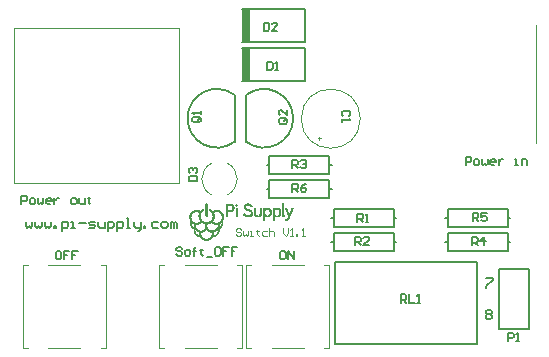
<source format=gto>
%FSLAX44Y44*%
%MOMM*%
G71*
G01*
G75*
G04 Layer_Color=65535*
%ADD10R,1.4000X1.6000*%
%ADD11R,1.9000X1.9000*%
%ADD12R,1.3500X0.4000*%
%ADD13C,0.4000*%
%ADD14O,1.6000X0.9000*%
%ADD15O,2.0000X1.2500*%
%ADD16O,2.0000X1.2500*%
%ADD17C,1.4000*%
%ADD18C,2.7000*%
%ADD19R,2.0000X2.0000*%
%ADD20C,2.0000*%
%ADD21C,0.9000*%
%ADD22R,1.0000X1.0000*%
%ADD23C,1.0000*%
%ADD24C,1.5000*%
%ADD25R,1.5000X1.5000*%
%ADD26C,3.0000*%
%ADD27C,1.2700*%
%ADD28C,0.2000*%
%ADD29C,0.1000*%
%ADD30C,0.1500*%
%ADD31R,0.8000X2.8000*%
G36*
X588915Y658768D02*
X589068D01*
Y658615D01*
X589373D01*
Y658463D01*
Y658311D01*
X589525D01*
Y658158D01*
Y658006D01*
Y657853D01*
Y657701D01*
Y657549D01*
Y657396D01*
Y657244D01*
Y657091D01*
Y656939D01*
Y656786D01*
Y656634D01*
Y656481D01*
Y656329D01*
Y656177D01*
Y656024D01*
Y655872D01*
Y655719D01*
Y655567D01*
Y655415D01*
Y655262D01*
Y655110D01*
Y654957D01*
Y654805D01*
Y654652D01*
Y654500D01*
Y654348D01*
Y654195D01*
Y654043D01*
Y653890D01*
Y653738D01*
Y653585D01*
Y653433D01*
Y653281D01*
Y653128D01*
Y652976D01*
X589373D01*
Y652823D01*
X589525D01*
Y652671D01*
X589373D01*
Y652518D01*
Y652366D01*
Y652214D01*
X589220D01*
Y652061D01*
Y651909D01*
Y651756D01*
X589068D01*
Y651604D01*
X588915D01*
Y651451D01*
X588763D01*
Y651299D01*
X588611D01*
Y651147D01*
X588458D01*
Y650994D01*
X588306D01*
Y650842D01*
X587849D01*
Y650689D01*
X587696D01*
Y650842D01*
X587544D01*
Y650689D01*
X587391D01*
Y650537D01*
X585105D01*
Y650689D01*
X584648D01*
Y650842D01*
X584190D01*
Y650994D01*
X584038D01*
Y651147D01*
X583885D01*
Y651299D01*
X583733D01*
Y651451D01*
X583581D01*
Y651604D01*
X583428D01*
Y651756D01*
X583276D01*
Y651909D01*
X583123D01*
Y652061D01*
X582971D01*
Y652214D01*
X583123D01*
Y652366D01*
X582971D01*
Y652518D01*
Y652671D01*
Y652823D01*
Y652976D01*
Y653128D01*
X582818D01*
Y653281D01*
X582971D01*
Y653433D01*
X582818D01*
Y653585D01*
Y653738D01*
Y653890D01*
Y654043D01*
Y654195D01*
Y654348D01*
Y654500D01*
Y654652D01*
Y654805D01*
Y654957D01*
Y655110D01*
Y655262D01*
Y655415D01*
Y655567D01*
Y655719D01*
Y655872D01*
Y656024D01*
Y656177D01*
Y656329D01*
Y656481D01*
Y656634D01*
Y656786D01*
Y656939D01*
Y657091D01*
Y657244D01*
Y657396D01*
Y657549D01*
Y657701D01*
Y657853D01*
Y658006D01*
Y658158D01*
X582971D01*
Y658311D01*
X583123D01*
Y658463D01*
X582971D01*
Y658615D01*
X583123D01*
Y658768D01*
X583581D01*
Y658920D01*
X584038D01*
Y658768D01*
X584190D01*
Y658615D01*
X584343D01*
Y658463D01*
X584495D01*
Y658311D01*
X584648D01*
Y658158D01*
Y658006D01*
Y657853D01*
Y657701D01*
Y657549D01*
Y657396D01*
Y657244D01*
Y657091D01*
Y656939D01*
Y656786D01*
Y656634D01*
Y656481D01*
Y656329D01*
Y656177D01*
Y656024D01*
Y655872D01*
Y655719D01*
Y655567D01*
Y655415D01*
Y655262D01*
Y655110D01*
Y654957D01*
Y654805D01*
Y654652D01*
Y654500D01*
Y654348D01*
Y654195D01*
Y654043D01*
Y653890D01*
Y653738D01*
Y653585D01*
Y653433D01*
Y653281D01*
X584800D01*
Y653128D01*
Y652976D01*
Y652823D01*
X584952D01*
Y652671D01*
X585105D01*
Y652518D01*
X585257D01*
Y652366D01*
X585410D01*
Y652214D01*
X585562D01*
Y652366D01*
X585715D01*
Y652214D01*
X585867D01*
Y652366D01*
X586019D01*
Y652214D01*
X586172D01*
Y652366D01*
X586324D01*
Y652214D01*
X586477D01*
Y652366D01*
X586629D01*
Y652214D01*
X586782D01*
Y652366D01*
X586934D01*
Y652518D01*
X587391D01*
Y652671D01*
Y652823D01*
X587696D01*
Y652976D01*
X587544D01*
Y653128D01*
X587696D01*
Y653281D01*
Y653433D01*
Y653585D01*
Y653738D01*
Y653890D01*
Y654043D01*
Y654195D01*
Y654348D01*
Y654500D01*
Y654652D01*
Y654805D01*
Y654957D01*
Y655110D01*
Y655262D01*
Y655415D01*
Y655567D01*
Y655719D01*
Y655872D01*
Y656024D01*
Y656177D01*
Y656329D01*
Y656481D01*
Y656634D01*
Y656786D01*
Y656939D01*
Y657091D01*
Y657244D01*
Y657396D01*
Y657549D01*
Y657701D01*
Y657853D01*
Y658006D01*
Y658158D01*
X587849D01*
Y658311D01*
X588001D01*
Y658463D01*
X587849D01*
Y658615D01*
X588001D01*
Y658768D01*
X588153D01*
Y658615D01*
X588306D01*
Y658768D01*
X588458D01*
Y658920D01*
X588915D01*
Y658768D01*
D02*
G37*
G36*
X568490D02*
X568643D01*
Y658615D01*
X568948D01*
Y658463D01*
Y658311D01*
X569100D01*
Y658158D01*
Y658006D01*
Y657853D01*
Y657701D01*
Y657549D01*
Y657396D01*
Y657244D01*
Y657091D01*
Y656939D01*
Y656786D01*
Y656634D01*
Y656481D01*
Y656329D01*
Y656177D01*
Y656024D01*
Y655872D01*
Y655719D01*
Y655567D01*
Y655415D01*
Y655262D01*
Y655110D01*
Y654957D01*
Y654805D01*
Y654652D01*
Y654500D01*
Y654348D01*
Y654195D01*
Y654043D01*
Y653890D01*
Y653738D01*
Y653585D01*
Y653433D01*
Y653281D01*
Y653128D01*
Y652976D01*
Y652823D01*
Y652671D01*
Y652518D01*
Y652366D01*
Y652214D01*
Y652061D01*
Y651909D01*
Y651756D01*
Y651604D01*
Y651451D01*
Y651299D01*
Y651147D01*
X568948D01*
Y650994D01*
X569100D01*
Y650842D01*
X568643D01*
Y650689D01*
X568490D01*
Y650537D01*
X568033D01*
Y650689D01*
X567728D01*
Y650842D01*
X567423D01*
Y650994D01*
Y651147D01*
Y651299D01*
X567271D01*
Y651451D01*
Y651604D01*
Y651756D01*
X567423D01*
Y651909D01*
X567271D01*
Y652061D01*
Y652214D01*
Y652366D01*
X567423D01*
Y652518D01*
X567271D01*
Y652671D01*
Y652823D01*
Y652976D01*
X567423D01*
Y653128D01*
X567271D01*
Y653281D01*
Y653433D01*
Y653585D01*
X567423D01*
Y653738D01*
X567271D01*
Y653890D01*
Y654043D01*
Y654195D01*
X567423D01*
Y654348D01*
X567271D01*
Y654500D01*
Y654652D01*
Y654805D01*
X567423D01*
Y654957D01*
X567271D01*
Y655110D01*
Y655262D01*
Y655415D01*
X567423D01*
Y655567D01*
X567271D01*
Y655719D01*
Y655872D01*
Y656024D01*
X567423D01*
Y656177D01*
X567271D01*
Y656329D01*
Y656481D01*
Y656634D01*
X567423D01*
Y656786D01*
X567271D01*
Y656939D01*
Y657091D01*
Y657244D01*
X567423D01*
Y657396D01*
X567271D01*
Y657549D01*
Y657701D01*
Y657853D01*
X567423D01*
Y658006D01*
X567271D01*
Y658158D01*
X567423D01*
Y658311D01*
Y658463D01*
Y658615D01*
X567728D01*
Y658768D01*
Y658920D01*
X567881D01*
Y658768D01*
X568033D01*
Y658920D01*
X568186D01*
Y658768D01*
X568338D01*
Y658920D01*
X568490D01*
Y658768D01*
D02*
G37*
G36*
X616047D02*
X616200D01*
Y658615D01*
X616352D01*
Y658463D01*
Y658311D01*
Y658158D01*
X616505D01*
Y658006D01*
Y657853D01*
Y657701D01*
X616352D01*
Y657549D01*
Y657396D01*
Y657244D01*
X616200D01*
Y657091D01*
Y656939D01*
Y656786D01*
X616047D01*
Y656634D01*
X615895D01*
Y656481D01*
X616047D01*
Y656329D01*
X615895D01*
Y656177D01*
X615743D01*
Y656024D01*
Y655872D01*
Y655719D01*
X615590D01*
Y655567D01*
X615438D01*
Y655415D01*
Y655262D01*
Y655110D01*
X615285D01*
Y654957D01*
Y654805D01*
Y654652D01*
X615133D01*
Y654500D01*
X614981D01*
Y654348D01*
X615133D01*
Y654195D01*
X614981D01*
Y654043D01*
X614828D01*
Y653890D01*
Y653738D01*
Y653585D01*
X614676D01*
Y653433D01*
Y653281D01*
X614523D01*
Y653128D01*
Y652976D01*
X614371D01*
Y652823D01*
Y652671D01*
Y652518D01*
X614218D01*
Y652366D01*
X614066D01*
Y652214D01*
X614218D01*
Y652061D01*
X614066D01*
Y651909D01*
Y651756D01*
X613913D01*
Y651604D01*
Y651451D01*
X613761D01*
Y651299D01*
Y651147D01*
X613609D01*
Y650994D01*
Y650842D01*
X613456D01*
Y650689D01*
X613609D01*
Y650537D01*
X613456D01*
Y650384D01*
X613304D01*
Y650232D01*
Y650080D01*
Y649927D01*
X613151D01*
Y649775D01*
Y649622D01*
X612999D01*
Y649470D01*
Y649317D01*
X612846D01*
Y649165D01*
X612694D01*
Y649013D01*
X612542D01*
Y648860D01*
X612694D01*
Y648708D01*
X612389D01*
Y648555D01*
Y648403D01*
X612237D01*
Y648251D01*
X612084D01*
Y648098D01*
X611627D01*
Y647946D01*
X611475D01*
Y647793D01*
X611322D01*
Y647641D01*
X611170D01*
Y647793D01*
X611017D01*
Y647641D01*
X610865D01*
Y647488D01*
X610713D01*
Y647641D01*
X610560D01*
Y647488D01*
X610103D01*
Y647641D01*
X609950D01*
Y647488D01*
X609798D01*
Y647641D01*
X609646D01*
Y647488D01*
X609493D01*
Y647641D01*
X609341D01*
Y647793D01*
X609188D01*
Y647946D01*
Y648098D01*
X609036D01*
Y648251D01*
Y648403D01*
Y648555D01*
Y648708D01*
X609188D01*
Y648860D01*
X609341D01*
Y649013D01*
X609188D01*
Y649165D01*
X609646D01*
Y649317D01*
X609798D01*
Y649165D01*
X609950D01*
Y649317D01*
X610408D01*
Y649470D01*
X610865D01*
Y649622D01*
X611017D01*
Y649775D01*
X611170D01*
Y649927D01*
X611322D01*
Y650080D01*
X611475D01*
Y650232D01*
X611322D01*
Y650384D01*
X611475D01*
Y650537D01*
X611627D01*
Y650689D01*
Y650842D01*
Y650994D01*
X611780D01*
Y651147D01*
Y651299D01*
Y651451D01*
Y651604D01*
Y651756D01*
X611627D01*
Y651909D01*
X611780D01*
Y652061D01*
X611627D01*
Y652214D01*
X611475D01*
Y652366D01*
Y652518D01*
Y652671D01*
X611322D01*
Y652823D01*
Y652976D01*
X611170D01*
Y653128D01*
Y653281D01*
X611017D01*
Y653433D01*
X611170D01*
Y653585D01*
X611017D01*
Y653738D01*
X610865D01*
Y653890D01*
X610713D01*
Y654043D01*
X610865D01*
Y654195D01*
X610713D01*
Y654348D01*
X610560D01*
Y654500D01*
Y654652D01*
Y654805D01*
X610408D01*
Y654957D01*
Y655110D01*
Y655262D01*
X610255D01*
Y655415D01*
X610103D01*
Y655567D01*
X610255D01*
Y655719D01*
X610103D01*
Y655872D01*
X609950D01*
Y656024D01*
Y656177D01*
Y656329D01*
X609798D01*
Y656481D01*
X609646D01*
Y656634D01*
Y656786D01*
Y656939D01*
X609493D01*
Y657091D01*
Y657244D01*
Y657396D01*
X609341D01*
Y657549D01*
X609188D01*
Y657701D01*
X609341D01*
Y657853D01*
X609188D01*
Y658006D01*
X609341D01*
Y658158D01*
X609188D01*
Y658311D01*
X609341D01*
Y658463D01*
X609493D01*
Y658615D01*
X609646D01*
Y658768D01*
X609798D01*
Y658920D01*
X610255D01*
Y658768D01*
X610408D01*
Y658920D01*
X610560D01*
Y658768D01*
X610713D01*
Y658615D01*
X610865D01*
Y658463D01*
X611017D01*
Y658311D01*
X611170D01*
Y658158D01*
X611017D01*
Y658006D01*
X611170D01*
Y657853D01*
Y657701D01*
X611322D01*
Y657549D01*
Y657396D01*
X611475D01*
Y657244D01*
X611322D01*
Y657091D01*
X611475D01*
Y656939D01*
X611627D01*
Y656786D01*
Y656634D01*
Y656481D01*
X611780D01*
Y656329D01*
X611932D01*
Y656177D01*
Y656024D01*
Y655872D01*
X612084D01*
Y655719D01*
Y655567D01*
Y655415D01*
X612237D01*
Y655262D01*
X612389D01*
Y655110D01*
X612237D01*
Y654957D01*
X612389D01*
Y654805D01*
Y654652D01*
X612542D01*
Y654500D01*
Y654348D01*
X612694D01*
Y654195D01*
Y654043D01*
Y653890D01*
X612846D01*
Y653738D01*
X612999D01*
Y653890D01*
X612846D01*
Y654043D01*
X612999D01*
Y654195D01*
X613151D01*
Y654348D01*
Y654500D01*
Y654652D01*
X613304D01*
Y654805D01*
Y654957D01*
Y655110D01*
X613456D01*
Y655262D01*
X613609D01*
Y655415D01*
Y655567D01*
Y655719D01*
X613761D01*
Y655872D01*
Y656024D01*
Y656177D01*
X613913D01*
Y656329D01*
Y656481D01*
Y656634D01*
X614066D01*
Y656786D01*
X614218D01*
Y656939D01*
X614066D01*
Y657091D01*
X614218D01*
Y657244D01*
X614371D01*
Y657396D01*
X614523D01*
Y657549D01*
X614371D01*
Y657701D01*
X614523D01*
Y657853D01*
Y658006D01*
X614676D01*
Y658158D01*
Y658311D01*
X614828D01*
Y658463D01*
X614981D01*
Y658615D01*
X615133D01*
Y658768D01*
X615285D01*
Y658920D01*
X615743D01*
Y658768D01*
X615895D01*
Y658920D01*
X616047D01*
Y658768D01*
D02*
G37*
G36*
X546236Y657549D02*
X546389D01*
Y657396D01*
X546846D01*
Y657244D01*
X546998D01*
Y657091D01*
X547151D01*
Y656939D01*
X547303D01*
Y656786D01*
X547455D01*
Y656634D01*
X547608D01*
Y656481D01*
X547760D01*
Y656329D01*
X547913D01*
Y656177D01*
X548065D01*
Y656024D01*
X548218D01*
Y656177D01*
X548675D01*
Y656329D01*
X548827D01*
Y656481D01*
X549285D01*
Y656634D01*
X549437D01*
Y656481D01*
X549590D01*
Y656634D01*
X549742D01*
Y656786D01*
X549894D01*
Y656634D01*
X550047D01*
Y656786D01*
X550809D01*
Y656939D01*
X550961D01*
Y656786D01*
X551114D01*
Y656939D01*
X551266D01*
Y656786D01*
X551419D01*
Y656939D01*
X551571D01*
Y656786D01*
X551723D01*
Y656939D01*
X551876D01*
Y656786D01*
X552638D01*
Y656634D01*
X552790D01*
Y656786D01*
X552943D01*
Y656634D01*
X553095D01*
Y656481D01*
X553857D01*
Y656329D01*
X554010D01*
Y656177D01*
X554467D01*
Y656024D01*
X554619D01*
Y655872D01*
X554772D01*
Y655719D01*
X554924D01*
Y655872D01*
X555077D01*
Y655719D01*
Y655567D01*
X555382D01*
Y655415D01*
X555534D01*
Y655262D01*
X555686D01*
Y655110D01*
X555839D01*
Y654957D01*
X555991D01*
Y654805D01*
X556144D01*
Y654652D01*
X556296D01*
Y654500D01*
Y654348D01*
X556449D01*
Y654195D01*
Y654043D01*
X556601D01*
Y653890D01*
X556754D01*
Y653738D01*
X556906D01*
Y653585D01*
X556754D01*
Y653433D01*
X556906D01*
Y653281D01*
X557058D01*
Y653128D01*
X557211D01*
Y652976D01*
X557058D01*
Y652823D01*
X557211D01*
Y652671D01*
X557363D01*
Y652518D01*
Y652366D01*
Y652214D01*
X557516D01*
Y652061D01*
X557363D01*
Y651909D01*
X557516D01*
Y651756D01*
Y651604D01*
Y651451D01*
X557668D01*
Y651299D01*
X557516D01*
Y651147D01*
X557668D01*
Y650994D01*
Y650842D01*
Y650689D01*
Y650537D01*
Y650384D01*
Y650232D01*
Y650080D01*
X557516D01*
Y649927D01*
Y649775D01*
Y649622D01*
Y649470D01*
Y649317D01*
X557363D01*
Y649165D01*
X557516D01*
Y649013D01*
X557363D01*
Y648860D01*
Y648708D01*
Y648555D01*
X557211D01*
Y648403D01*
Y648251D01*
Y648098D01*
X557058D01*
Y647946D01*
Y647793D01*
Y647641D01*
X556906D01*
Y647488D01*
X556754D01*
Y647336D01*
X556906D01*
Y647184D01*
X556754D01*
Y647031D01*
X556906D01*
Y646879D01*
X556754D01*
Y646726D01*
X556906D01*
Y646574D01*
Y646421D01*
Y646269D01*
Y646116D01*
Y645964D01*
X557058D01*
Y645812D01*
X556906D01*
Y645659D01*
Y645507D01*
Y645354D01*
X557058D01*
Y645202D01*
X556906D01*
Y645050D01*
Y644897D01*
Y644745D01*
X556754D01*
Y644592D01*
X556906D01*
Y644440D01*
X556754D01*
Y644287D01*
X556906D01*
Y644135D01*
X556754D01*
Y643982D01*
X556601D01*
Y643830D01*
Y643678D01*
Y643525D01*
X556449D01*
Y643373D01*
X556601D01*
Y643220D01*
X556449D01*
Y643068D01*
X556296D01*
Y642916D01*
X556144D01*
Y642763D01*
Y642611D01*
Y642458D01*
X555991D01*
Y642306D01*
X555839D01*
Y642153D01*
X555686D01*
Y642001D01*
X555534D01*
Y641849D01*
X555686D01*
Y641696D01*
X555229D01*
Y641544D01*
Y641391D01*
X554924D01*
Y641239D01*
X555077D01*
Y641086D01*
X554619D01*
Y640934D01*
X554467D01*
Y640782D01*
X554315D01*
Y640629D01*
X554162D01*
Y640477D01*
X554010D01*
Y640324D01*
X553857D01*
Y640172D01*
Y640019D01*
X554010D01*
Y639867D01*
Y639715D01*
X553857D01*
Y639562D01*
Y639410D01*
Y639257D01*
X554010D01*
Y639105D01*
X553857D01*
Y638952D01*
Y638800D01*
Y638648D01*
X553705D01*
Y638495D01*
X553857D01*
Y638343D01*
X553705D01*
Y638190D01*
X553857D01*
Y638038D01*
X553705D01*
Y637886D01*
X553553D01*
Y637733D01*
Y637581D01*
Y637428D01*
X553400D01*
Y637276D01*
X553248D01*
Y637123D01*
Y636971D01*
Y636819D01*
X553095D01*
Y636666D01*
X552943D01*
Y636514D01*
X552790D01*
Y636361D01*
X552943D01*
Y636209D01*
X552790D01*
Y636056D01*
X552638D01*
Y635904D01*
X552486D01*
Y635751D01*
X552333D01*
Y635599D01*
X552181D01*
Y635447D01*
X552028D01*
Y635294D01*
X551876D01*
Y635142D01*
X551723D01*
Y634989D01*
X551571D01*
Y634837D01*
X551266D01*
Y634684D01*
X550961D01*
Y634532D01*
X550809D01*
Y634380D01*
X550352D01*
Y634227D01*
X550199D01*
Y634075D01*
X549742D01*
Y633922D01*
X549590D01*
Y634075D01*
X549437D01*
Y633922D01*
X549285D01*
Y633770D01*
X548218D01*
Y633618D01*
X548065D01*
Y633465D01*
X547913D01*
Y633313D01*
Y633160D01*
X547760D01*
Y633008D01*
Y632855D01*
X547608D01*
Y632703D01*
X547455D01*
Y632551D01*
X547303D01*
Y632398D01*
X547151D01*
Y632246D01*
X546998D01*
Y632093D01*
X546846D01*
Y631941D01*
X546389D01*
Y631788D01*
X546236D01*
Y631636D01*
X546084D01*
Y631484D01*
X545931D01*
Y631331D01*
X545474D01*
Y631179D01*
X545017D01*
Y631026D01*
X544559D01*
Y630874D01*
X544102D01*
Y630721D01*
X543950D01*
Y630874D01*
X543797D01*
Y630721D01*
X541816D01*
Y630874D01*
X541663D01*
Y630721D01*
X541511D01*
Y630874D01*
X541054D01*
Y631026D01*
X540596D01*
Y631179D01*
X540291D01*
Y631331D01*
X539987D01*
Y631484D01*
X539834D01*
Y631636D01*
X539682D01*
Y631484D01*
X539529D01*
Y631636D01*
X539377D01*
Y631788D01*
X539224D01*
Y631941D01*
X539072D01*
Y632093D01*
X538920D01*
Y632246D01*
X538615D01*
Y632398D01*
X538462D01*
Y632551D01*
X538158D01*
Y632703D01*
Y632855D01*
X538005D01*
Y633008D01*
Y633160D01*
X537853D01*
Y633313D01*
X537700D01*
Y633465D01*
X537548D01*
Y633618D01*
X537395D01*
Y633770D01*
X536633D01*
Y633922D01*
X536481D01*
Y633770D01*
X536328D01*
Y633922D01*
X536176D01*
Y634075D01*
X535719D01*
Y634227D01*
X535566D01*
Y634075D01*
X535414D01*
Y634227D01*
X535261D01*
Y634380D01*
X534804D01*
Y634532D01*
X534652D01*
Y634684D01*
X534499D01*
Y634837D01*
X534347D01*
Y634989D01*
X533890D01*
Y635142D01*
Y635294D01*
X533585D01*
Y635447D01*
X533432D01*
Y635599D01*
X533280D01*
Y635751D01*
Y635904D01*
X533127D01*
Y636056D01*
X532975D01*
Y636209D01*
X532822D01*
Y636361D01*
Y636514D01*
X532670D01*
Y636666D01*
X532518D01*
Y636819D01*
X532365D01*
Y636971D01*
X532518D01*
Y637123D01*
X532365D01*
Y637276D01*
X532213D01*
Y637428D01*
Y637581D01*
Y637733D01*
X532060D01*
Y637886D01*
Y638038D01*
Y638190D01*
X531908D01*
Y638343D01*
Y638495D01*
Y638648D01*
X531756D01*
Y638800D01*
X531908D01*
Y638952D01*
X531756D01*
Y639105D01*
X531908D01*
Y639257D01*
X531756D01*
Y639410D01*
X531908D01*
Y639562D01*
X531756D01*
Y639715D01*
Y639867D01*
Y640019D01*
X531908D01*
Y640172D01*
X531756D01*
Y640324D01*
Y640477D01*
X531451D01*
Y640629D01*
X531298D01*
Y640782D01*
X531146D01*
Y640934D01*
X530993D01*
Y641086D01*
X530841D01*
Y641239D01*
X530689D01*
Y641391D01*
X530536D01*
Y641544D01*
X530384D01*
Y641696D01*
X530231D01*
Y641849D01*
X530079D01*
Y642001D01*
X529926D01*
Y642153D01*
X529774D01*
Y642306D01*
X529622D01*
Y642458D01*
Y642611D01*
Y642763D01*
X529469D01*
Y642916D01*
X529317D01*
Y643068D01*
X529469D01*
Y643220D01*
X529317D01*
Y643373D01*
X529164D01*
Y643525D01*
X529012D01*
Y643678D01*
X529164D01*
Y643830D01*
X529012D01*
Y643982D01*
X528859D01*
Y644135D01*
Y644287D01*
Y644440D01*
Y644592D01*
Y644745D01*
X528707D01*
Y644897D01*
X528859D01*
Y645050D01*
X528707D01*
Y645202D01*
X528859D01*
Y645354D01*
X528707D01*
Y645507D01*
X528859D01*
Y645659D01*
X528707D01*
Y645812D01*
Y645964D01*
Y646116D01*
X528859D01*
Y646269D01*
X528707D01*
Y646421D01*
X528859D01*
Y646574D01*
X528707D01*
Y646726D01*
X528859D01*
Y646879D01*
Y647031D01*
Y647184D01*
Y647336D01*
Y647488D01*
X528707D01*
Y647641D01*
Y647793D01*
Y647946D01*
X528555D01*
Y648098D01*
X528402D01*
Y648251D01*
X528555D01*
Y648403D01*
X528402D01*
Y648555D01*
Y648708D01*
Y648860D01*
X528250D01*
Y649013D01*
X528097D01*
Y649165D01*
X528250D01*
Y649317D01*
X528097D01*
Y649470D01*
X528250D01*
Y649622D01*
X528097D01*
Y649775D01*
Y649927D01*
Y650080D01*
Y650232D01*
Y650384D01*
Y650537D01*
Y650689D01*
Y650842D01*
Y650994D01*
Y651147D01*
Y651299D01*
X528250D01*
Y651451D01*
X528097D01*
Y651604D01*
X528250D01*
Y651756D01*
X528097D01*
Y651909D01*
X528250D01*
Y652061D01*
Y652214D01*
Y652366D01*
X528402D01*
Y652518D01*
X528555D01*
Y652671D01*
X528402D01*
Y652823D01*
X528555D01*
Y652976D01*
Y653128D01*
X528707D01*
Y653281D01*
Y653433D01*
X528859D01*
Y653585D01*
Y653738D01*
X529012D01*
Y653890D01*
Y654043D01*
X529164D01*
Y654195D01*
X529317D01*
Y654348D01*
X529469D01*
Y654500D01*
X529317D01*
Y654652D01*
X529774D01*
Y654805D01*
X529622D01*
Y654957D01*
X529926D01*
Y655110D01*
Y655262D01*
X530384D01*
Y655415D01*
Y655567D01*
X530689D01*
Y655719D01*
X530841D01*
Y655872D01*
X530993D01*
Y656024D01*
X531146D01*
Y655872D01*
X531298D01*
Y656024D01*
X531451D01*
Y656177D01*
X531603D01*
Y656329D01*
X531756D01*
Y656481D01*
X531908D01*
Y656329D01*
X532060D01*
Y656481D01*
X532518D01*
Y656634D01*
X532670D01*
Y656786D01*
X532822D01*
Y656634D01*
X532975D01*
Y656786D01*
X533737D01*
Y656939D01*
X533890D01*
Y656786D01*
X534042D01*
Y656939D01*
X534194D01*
Y656786D01*
X534347D01*
Y656939D01*
X534499D01*
Y656786D01*
X534652D01*
Y656939D01*
X534804D01*
Y656786D01*
X534957D01*
Y656939D01*
X535109D01*
Y656786D01*
X535871D01*
Y656634D01*
X536023D01*
Y656481D01*
X536176D01*
Y656634D01*
X536328D01*
Y656481D01*
X536786D01*
Y656329D01*
X536938D01*
Y656177D01*
X537395D01*
Y656024D01*
X537548D01*
Y656177D01*
X537700D01*
Y656329D01*
X537853D01*
Y656481D01*
X538005D01*
Y656634D01*
X538158D01*
Y656786D01*
X538310D01*
Y656939D01*
X538462D01*
Y657091D01*
X538767D01*
Y657244D01*
X538920D01*
Y657396D01*
X539224D01*
Y657549D01*
X539377D01*
Y657701D01*
X540444D01*
Y657549D01*
X540596D01*
Y657396D01*
X540749D01*
Y657244D01*
Y657091D01*
Y656939D01*
X540901D01*
Y656786D01*
X540749D01*
Y656634D01*
Y656481D01*
Y656329D01*
X540596D01*
Y656177D01*
Y656024D01*
X540291D01*
Y655872D01*
X540139D01*
Y655719D01*
X539987D01*
Y655567D01*
X539834D01*
Y655415D01*
X539529D01*
Y655262D01*
X539377D01*
Y655110D01*
X539072D01*
Y654957D01*
Y654805D01*
X538920D01*
Y654652D01*
Y654500D01*
X538767D01*
Y654348D01*
X538615D01*
Y654195D01*
X538462D01*
Y654043D01*
Y653890D01*
X538310D01*
Y653738D01*
Y653585D01*
X538158D01*
Y653433D01*
Y653281D01*
Y653128D01*
X538005D01*
Y652976D01*
X537853D01*
Y652823D01*
X538005D01*
Y652671D01*
X537853D01*
Y652518D01*
X538005D01*
Y652366D01*
X537853D01*
Y652214D01*
X538005D01*
Y652061D01*
X537853D01*
Y651909D01*
Y651756D01*
Y651604D01*
Y651451D01*
Y651299D01*
Y651147D01*
Y650994D01*
X538005D01*
Y650842D01*
X537853D01*
Y650689D01*
X538005D01*
Y650537D01*
X537853D01*
Y650384D01*
X538005D01*
Y650232D01*
Y650080D01*
Y649927D01*
X538158D01*
Y649775D01*
X538310D01*
Y649622D01*
X538158D01*
Y649470D01*
X538310D01*
Y649317D01*
X538462D01*
Y649165D01*
X538615D01*
Y649013D01*
X538462D01*
Y648860D01*
X538615D01*
Y648708D01*
X538767D01*
Y648555D01*
X538920D01*
Y648403D01*
X539072D01*
Y648251D01*
X539224D01*
Y648098D01*
Y647946D01*
X539529D01*
Y647793D01*
X539682D01*
Y647641D01*
X539834D01*
Y647488D01*
X539987D01*
Y647336D01*
X540444D01*
Y647184D01*
X540596D01*
Y647031D01*
X541054D01*
Y646879D01*
X541206D01*
Y646726D01*
X541968D01*
Y646574D01*
X542121D01*
Y646726D01*
X542273D01*
Y646574D01*
X542425D01*
Y646421D01*
X542578D01*
Y646574D01*
X542730D01*
Y646421D01*
X542883D01*
Y646574D01*
X543035D01*
Y646421D01*
X543187D01*
Y646574D01*
X543340D01*
Y646726D01*
X543492D01*
Y646574D01*
X543645D01*
Y646726D01*
X543797D01*
Y646574D01*
X543950D01*
Y646726D01*
X544407D01*
Y646879D01*
X544559D01*
Y646726D01*
X544712D01*
Y646879D01*
X544864D01*
Y647031D01*
X545169D01*
Y647184D01*
X545474D01*
Y647336D01*
X545626D01*
Y647488D01*
X545779D01*
Y647641D01*
X545931D01*
Y647793D01*
X546084D01*
Y647641D01*
X546236D01*
Y647793D01*
Y647946D01*
X546541D01*
Y648098D01*
Y648251D01*
X546693D01*
Y648403D01*
Y648555D01*
X546846D01*
Y648708D01*
X546998D01*
Y648860D01*
X547151D01*
Y649013D01*
Y649165D01*
X547303D01*
Y649317D01*
Y649470D01*
X547455D01*
Y649622D01*
X547608D01*
Y649775D01*
Y649927D01*
Y650080D01*
X547760D01*
Y650232D01*
X547608D01*
Y650384D01*
X547760D01*
Y650537D01*
Y650689D01*
Y650842D01*
X547913D01*
Y650994D01*
Y651147D01*
Y651299D01*
Y651451D01*
Y651604D01*
Y651756D01*
Y651909D01*
X547760D01*
Y652061D01*
Y652214D01*
Y652366D01*
Y652518D01*
Y652671D01*
X547608D01*
Y652823D01*
X547760D01*
Y652976D01*
X547608D01*
Y653128D01*
Y653281D01*
Y653433D01*
X547455D01*
Y653585D01*
X547303D01*
Y653738D01*
X547455D01*
Y653890D01*
X547303D01*
Y654043D01*
X547151D01*
Y654195D01*
X546998D01*
Y654348D01*
Y654500D01*
X546846D01*
Y654652D01*
Y654805D01*
X546693D01*
Y654957D01*
X546541D01*
Y655110D01*
X546389D01*
Y655262D01*
X546236D01*
Y655415D01*
X546084D01*
Y655567D01*
X545931D01*
Y655719D01*
X545474D01*
Y655872D01*
X545322D01*
Y656024D01*
X545169D01*
Y656177D01*
X545017D01*
Y656329D01*
X544864D01*
Y656481D01*
X545017D01*
Y656634D01*
X544864D01*
Y656786D01*
X545017D01*
Y656939D01*
X544864D01*
Y657091D01*
X545017D01*
Y657244D01*
Y657396D01*
X545322D01*
Y657549D01*
X545474D01*
Y657701D01*
X546236D01*
Y657549D01*
D02*
G37*
G36*
X603548Y658768D02*
X603701D01*
Y658615D01*
X603853D01*
Y658768D01*
X604006D01*
Y658615D01*
X604158D01*
Y658463D01*
X604311D01*
Y658311D01*
X604768D01*
Y658158D01*
X604920D01*
Y658006D01*
X605073D01*
Y657853D01*
Y657701D01*
X605225D01*
Y657549D01*
Y657396D01*
X605378D01*
Y657244D01*
X605530D01*
Y657091D01*
X605682D01*
Y656939D01*
Y656786D01*
Y656634D01*
X605835D01*
Y656481D01*
Y656329D01*
Y656177D01*
X605987D01*
Y656024D01*
X605835D01*
Y655872D01*
X605987D01*
Y655719D01*
X605835D01*
Y655567D01*
X605987D01*
Y655415D01*
Y655262D01*
Y655110D01*
Y654957D01*
Y654805D01*
Y654652D01*
Y654500D01*
Y654348D01*
Y654195D01*
Y654043D01*
Y653890D01*
X605835D01*
Y653738D01*
X605987D01*
Y653585D01*
X605835D01*
Y653433D01*
X605987D01*
Y653281D01*
X605835D01*
Y653128D01*
Y652976D01*
X605682D01*
Y652823D01*
Y652671D01*
X605530D01*
Y652518D01*
X605682D01*
Y652366D01*
X605530D01*
Y652214D01*
X605378D01*
Y652061D01*
X605225D01*
Y651909D01*
X605378D01*
Y651756D01*
X605073D01*
Y651604D01*
Y651451D01*
X604768D01*
Y651299D01*
Y651147D01*
X604311D01*
Y650994D01*
X604158D01*
Y650842D01*
X603701D01*
Y650689D01*
X603548D01*
Y650537D01*
X603396D01*
Y650689D01*
X603244D01*
Y650537D01*
X601567D01*
Y650689D01*
X601414D01*
Y650537D01*
X601262D01*
Y650689D01*
X601110D01*
Y650842D01*
X600652D01*
Y650994D01*
X600500D01*
Y650842D01*
Y650689D01*
Y650537D01*
Y650384D01*
Y650232D01*
Y650080D01*
Y649927D01*
Y649775D01*
Y649622D01*
Y649470D01*
Y649317D01*
Y649165D01*
Y649013D01*
Y648860D01*
Y648708D01*
Y648555D01*
Y648403D01*
Y648251D01*
Y648098D01*
X600348D01*
Y647946D01*
Y647793D01*
X600043D01*
Y647641D01*
X599890D01*
Y647488D01*
X599433D01*
Y647641D01*
X599281D01*
Y647793D01*
X599128D01*
Y647641D01*
X598976D01*
Y647793D01*
X598823D01*
Y647946D01*
Y648098D01*
Y648251D01*
X598671D01*
Y648403D01*
Y648555D01*
Y648708D01*
Y648860D01*
Y649013D01*
Y649165D01*
Y649317D01*
Y649470D01*
Y649622D01*
Y649775D01*
Y649927D01*
Y650080D01*
Y650232D01*
Y650384D01*
Y650537D01*
Y650689D01*
Y650842D01*
Y650994D01*
Y651147D01*
Y651299D01*
Y651451D01*
Y651604D01*
Y651756D01*
Y651909D01*
Y652061D01*
Y652214D01*
Y652366D01*
Y652518D01*
Y652671D01*
Y652823D01*
Y652976D01*
Y653128D01*
Y653281D01*
Y653433D01*
Y653585D01*
Y653738D01*
Y653890D01*
Y654043D01*
Y654195D01*
Y654348D01*
Y654500D01*
Y654652D01*
Y654805D01*
Y654957D01*
Y655110D01*
Y655262D01*
Y655415D01*
Y655567D01*
Y655719D01*
Y655872D01*
Y656024D01*
Y656177D01*
Y656329D01*
Y656481D01*
Y656634D01*
Y656786D01*
Y656939D01*
Y657091D01*
Y657244D01*
Y657396D01*
Y657549D01*
Y657701D01*
Y657853D01*
Y658006D01*
Y658158D01*
X598823D01*
Y658311D01*
X598976D01*
Y658463D01*
X598823D01*
Y658615D01*
X598976D01*
Y658768D01*
X599128D01*
Y658615D01*
X599281D01*
Y658768D01*
X599433D01*
Y658920D01*
X599890D01*
Y658768D01*
X600043D01*
Y658615D01*
X600348D01*
Y658463D01*
Y658311D01*
X600500D01*
Y658463D01*
X600652D01*
Y658615D01*
X601110D01*
Y658768D01*
X601262D01*
Y658920D01*
X603548D01*
Y658768D01*
D02*
G37*
G36*
X595317D02*
X595775D01*
Y658615D01*
X596232D01*
Y658463D01*
X596384D01*
Y658311D01*
X596537D01*
Y658158D01*
X596689D01*
Y658006D01*
X596842D01*
Y657853D01*
X596994D01*
Y657701D01*
X597146D01*
Y657549D01*
X597299D01*
Y657396D01*
X597451D01*
Y657244D01*
Y657091D01*
Y656939D01*
X597604D01*
Y656786D01*
X597756D01*
Y656634D01*
X597604D01*
Y656481D01*
X597756D01*
Y656329D01*
Y656177D01*
Y656024D01*
X597909D01*
Y655872D01*
Y655719D01*
Y655567D01*
X598061D01*
Y655415D01*
X597909D01*
Y655262D01*
Y655110D01*
Y654957D01*
X598061D01*
Y654805D01*
X597909D01*
Y654652D01*
Y654500D01*
Y654348D01*
X598061D01*
Y654195D01*
X597909D01*
Y654043D01*
Y653890D01*
Y653738D01*
X597756D01*
Y653585D01*
X597909D01*
Y653433D01*
X597756D01*
Y653281D01*
Y653128D01*
Y652976D01*
X597604D01*
Y652823D01*
X597756D01*
Y652671D01*
X597604D01*
Y652518D01*
X597451D01*
Y652366D01*
Y652214D01*
Y652061D01*
X597299D01*
Y651909D01*
X597146D01*
Y651756D01*
X596994D01*
Y651604D01*
X596842D01*
Y651451D01*
X596689D01*
Y651299D01*
X596537D01*
Y651147D01*
X596384D01*
Y650994D01*
X596232D01*
Y650842D01*
X595775D01*
Y650689D01*
X595317D01*
Y650537D01*
X593641D01*
Y650689D01*
X593488D01*
Y650537D01*
X593336D01*
Y650689D01*
X593183D01*
Y650842D01*
X593031D01*
Y650689D01*
X592879D01*
Y650842D01*
X592726D01*
Y650994D01*
X592574D01*
Y650842D01*
X592421D01*
Y650689D01*
X592574D01*
Y650537D01*
X592421D01*
Y650384D01*
X592574D01*
Y650232D01*
X592421D01*
Y650080D01*
X592574D01*
Y649927D01*
X592421D01*
Y649775D01*
X592574D01*
Y649622D01*
X592421D01*
Y649470D01*
X592574D01*
Y649317D01*
X592421D01*
Y649165D01*
X592574D01*
Y649013D01*
X592421D01*
Y648860D01*
X592574D01*
Y648708D01*
X592421D01*
Y648555D01*
X592574D01*
Y648403D01*
X592421D01*
Y648251D01*
X592574D01*
Y648098D01*
X592421D01*
Y647946D01*
X592269D01*
Y647793D01*
X592117D01*
Y647641D01*
X591964D01*
Y647488D01*
X591812D01*
Y647641D01*
X591659D01*
Y647488D01*
X591202D01*
Y647641D01*
X591049D01*
Y647793D01*
X590897D01*
Y647946D01*
X590745D01*
Y648098D01*
X590592D01*
Y648251D01*
X590745D01*
Y648403D01*
X590592D01*
Y648555D01*
X590745D01*
Y648708D01*
X590592D01*
Y648860D01*
X590745D01*
Y649013D01*
X590592D01*
Y649165D01*
X590745D01*
Y649317D01*
X590592D01*
Y649470D01*
X590745D01*
Y649622D01*
X590592D01*
Y649775D01*
X590745D01*
Y649927D01*
X590592D01*
Y650080D01*
X590745D01*
Y650232D01*
X590592D01*
Y650384D01*
X590745D01*
Y650537D01*
X590592D01*
Y650689D01*
X590745D01*
Y650842D01*
X590592D01*
Y650994D01*
X590745D01*
Y651147D01*
X590592D01*
Y651299D01*
X590745D01*
Y651451D01*
X590592D01*
Y651604D01*
X590745D01*
Y651756D01*
X590592D01*
Y651909D01*
X590745D01*
Y652061D01*
X590592D01*
Y652214D01*
X590745D01*
Y652366D01*
X590592D01*
Y652518D01*
X590745D01*
Y652671D01*
X590592D01*
Y652823D01*
X590745D01*
Y652976D01*
X590592D01*
Y653128D01*
X590745D01*
Y653281D01*
X590592D01*
Y653433D01*
X590745D01*
Y653585D01*
X590592D01*
Y653738D01*
X590745D01*
Y653890D01*
X590592D01*
Y654043D01*
X590745D01*
Y654195D01*
X590592D01*
Y654348D01*
X590745D01*
Y654500D01*
X590592D01*
Y654652D01*
X590745D01*
Y654805D01*
X590592D01*
Y654957D01*
X590745D01*
Y655110D01*
X590592D01*
Y655262D01*
X590745D01*
Y655415D01*
X590592D01*
Y655567D01*
X590745D01*
Y655719D01*
X590592D01*
Y655872D01*
X590745D01*
Y656024D01*
X590592D01*
Y656177D01*
X590745D01*
Y656329D01*
X590592D01*
Y656481D01*
X590745D01*
Y656634D01*
X590592D01*
Y656786D01*
X590745D01*
Y656939D01*
X590592D01*
Y657091D01*
X590745D01*
Y657244D01*
X590592D01*
Y657396D01*
X590745D01*
Y657549D01*
X590592D01*
Y657701D01*
X590745D01*
Y657853D01*
X590592D01*
Y658006D01*
X590745D01*
Y658158D01*
X590592D01*
Y658311D01*
X590745D01*
Y658463D01*
X590897D01*
Y658615D01*
X591049D01*
Y658768D01*
X591202D01*
Y658920D01*
X591354D01*
Y658768D01*
X591507D01*
Y658920D01*
X591964D01*
Y658768D01*
X592117D01*
Y658615D01*
X592269D01*
Y658463D01*
X592574D01*
Y658615D01*
X592879D01*
Y658768D01*
X593336D01*
Y658920D01*
X595317D01*
Y658768D01*
D02*
G37*
G36*
X543492Y662426D02*
Y662274D01*
X543797D01*
Y662121D01*
X543645D01*
Y661969D01*
X543797D01*
Y661816D01*
X543950D01*
Y661664D01*
X543797D01*
Y661512D01*
X543950D01*
Y661359D01*
X543797D01*
Y661207D01*
X543950D01*
Y661054D01*
X543797D01*
Y660902D01*
X543950D01*
Y660750D01*
X543797D01*
Y660597D01*
X543950D01*
Y660445D01*
X543797D01*
Y660292D01*
X543950D01*
Y660140D01*
X543797D01*
Y659987D01*
X543950D01*
Y659835D01*
X543797D01*
Y659682D01*
X543950D01*
Y659530D01*
X543797D01*
Y659378D01*
X543950D01*
Y659225D01*
X543797D01*
Y659073D01*
X543950D01*
Y658920D01*
X543797D01*
Y658768D01*
X543950D01*
Y658615D01*
X543797D01*
Y658463D01*
X543950D01*
Y658311D01*
X543797D01*
Y658158D01*
X543950D01*
Y658006D01*
X543797D01*
Y657853D01*
X543950D01*
Y657701D01*
X543797D01*
Y657549D01*
X543950D01*
Y657396D01*
X543797D01*
Y657244D01*
X543950D01*
Y657091D01*
X543797D01*
Y656939D01*
X543950D01*
Y656786D01*
X543797D01*
Y656634D01*
X543950D01*
Y656481D01*
X543797D01*
Y656329D01*
X543950D01*
Y656177D01*
X543797D01*
Y656024D01*
X543950D01*
Y655872D01*
X543797D01*
Y655719D01*
X543950D01*
Y655567D01*
X543797D01*
Y655415D01*
X543950D01*
Y655262D01*
X543797D01*
Y655110D01*
X543950D01*
Y654957D01*
X543797D01*
Y654805D01*
X543950D01*
Y654652D01*
X543797D01*
Y654500D01*
X543950D01*
Y654348D01*
X543797D01*
Y654195D01*
X543950D01*
Y654043D01*
X543797D01*
Y653890D01*
X543950D01*
Y653738D01*
X543797D01*
Y653585D01*
X543950D01*
Y653433D01*
X543797D01*
Y653281D01*
X543950D01*
Y653128D01*
X543797D01*
Y652976D01*
X543950D01*
Y652823D01*
X543797D01*
Y652671D01*
X543950D01*
Y652518D01*
X543797D01*
Y652366D01*
X543950D01*
Y652214D01*
X543797D01*
Y652061D01*
X543950D01*
Y651909D01*
X543797D01*
Y651756D01*
Y651604D01*
Y651451D01*
X543645D01*
Y651299D01*
X543492D01*
Y651147D01*
X543340D01*
Y650994D01*
X543187D01*
Y651147D01*
X543035D01*
Y650994D01*
X542883D01*
Y651147D01*
X542730D01*
Y650994D01*
X542883D01*
Y650842D01*
X542730D01*
Y650994D01*
X542578D01*
Y651147D01*
X542121D01*
Y651299D01*
X541968D01*
Y651451D01*
X541816D01*
Y651604D01*
X541968D01*
Y651756D01*
X541816D01*
Y651909D01*
Y652061D01*
Y652214D01*
Y652366D01*
Y652518D01*
Y652671D01*
Y652823D01*
Y652976D01*
Y653128D01*
Y653281D01*
Y653433D01*
Y653585D01*
Y653738D01*
Y653890D01*
Y654043D01*
Y654195D01*
Y654348D01*
Y654500D01*
Y654652D01*
Y654805D01*
Y654957D01*
Y655110D01*
Y655262D01*
Y655415D01*
Y655567D01*
Y655719D01*
Y655872D01*
Y656024D01*
Y656177D01*
Y656329D01*
Y656481D01*
Y656634D01*
Y656786D01*
Y656939D01*
Y657091D01*
Y657244D01*
Y657396D01*
Y657549D01*
Y657701D01*
Y657853D01*
Y658006D01*
Y658158D01*
Y658311D01*
Y658463D01*
Y658615D01*
Y658768D01*
Y658920D01*
Y659073D01*
Y659225D01*
Y659378D01*
Y659530D01*
Y659682D01*
Y659835D01*
Y659987D01*
Y660140D01*
Y660292D01*
Y660445D01*
Y660597D01*
Y660750D01*
Y660902D01*
Y661054D01*
Y661207D01*
Y661359D01*
Y661512D01*
Y661664D01*
Y661816D01*
Y661969D01*
X541968D01*
Y662121D01*
X542121D01*
Y662274D01*
X542273D01*
Y662426D01*
X542425D01*
Y662579D01*
X543187D01*
Y662426D01*
X543340D01*
Y662579D01*
X543492D01*
Y662426D01*
D02*
G37*
G36*
X578246D02*
X578398D01*
Y662274D01*
X578550D01*
Y662426D01*
X578703D01*
Y662274D01*
X578855D01*
Y662426D01*
X579008D01*
Y662274D01*
X579465D01*
Y662121D01*
X579618D01*
Y662274D01*
X579770D01*
Y662121D01*
X579922D01*
Y661969D01*
X580380D01*
Y661816D01*
X580532D01*
Y661664D01*
X580685D01*
Y661512D01*
X580837D01*
Y661664D01*
X580989D01*
Y661512D01*
Y661359D01*
X581294D01*
Y661207D01*
Y661054D01*
X581599D01*
Y660902D01*
X581447D01*
Y660750D01*
X581599D01*
Y660597D01*
X581752D01*
Y660445D01*
X581904D01*
Y660292D01*
X581752D01*
Y660140D01*
X581904D01*
Y659987D01*
X581752D01*
Y659835D01*
X581904D01*
Y659682D01*
X581752D01*
Y659530D01*
X581599D01*
Y659378D01*
X581447D01*
Y659225D01*
X580989D01*
Y659073D01*
X580837D01*
Y659225D01*
X580532D01*
Y659378D01*
X580227D01*
Y659530D01*
Y659682D01*
X579922D01*
Y659835D01*
Y659987D01*
X579618D01*
Y660140D01*
X579465D01*
Y660292D01*
X579313D01*
Y660445D01*
X579160D01*
Y660292D01*
X579008D01*
Y660445D01*
X578855D01*
Y660597D01*
X577179D01*
Y660445D01*
X577026D01*
Y660597D01*
X576874D01*
Y660445D01*
X576721D01*
Y660292D01*
X576569D01*
Y660140D01*
X576417D01*
Y659987D01*
X576264D01*
Y659835D01*
X576112D01*
Y659682D01*
Y659530D01*
Y659378D01*
X575959D01*
Y659225D01*
X576112D01*
Y659073D01*
Y658920D01*
Y658768D01*
X576264D01*
Y658615D01*
X576417D01*
Y658463D01*
X576569D01*
Y658311D01*
X577026D01*
Y658158D01*
X577179D01*
Y658006D01*
X577636D01*
Y657853D01*
X577788D01*
Y657701D01*
X577941D01*
Y657853D01*
X578093D01*
Y657701D01*
X578550D01*
Y657549D01*
X578703D01*
Y657396D01*
X578855D01*
Y657549D01*
X579008D01*
Y657396D01*
X579313D01*
Y657244D01*
X579618D01*
Y657091D01*
X580075D01*
Y656939D01*
X580227D01*
Y656786D01*
X580685D01*
Y656634D01*
X580837D01*
Y656481D01*
X580989D01*
Y656329D01*
X581142D01*
Y656177D01*
X581294D01*
Y656024D01*
X581447D01*
Y655872D01*
X581599D01*
Y655719D01*
Y655567D01*
X581752D01*
Y655415D01*
Y655262D01*
X581904D01*
Y655110D01*
Y654957D01*
Y654805D01*
X582056D01*
Y654652D01*
Y654500D01*
Y654348D01*
X582209D01*
Y654195D01*
X582056D01*
Y654043D01*
Y653890D01*
Y653738D01*
X582209D01*
Y653585D01*
X582056D01*
Y653433D01*
Y653281D01*
Y653128D01*
X581904D01*
Y652976D01*
Y652823D01*
Y652671D01*
X581752D01*
Y652518D01*
Y652366D01*
Y652214D01*
X581599D01*
Y652061D01*
X581447D01*
Y651909D01*
X581294D01*
Y651756D01*
X581142D01*
Y651604D01*
X581294D01*
Y651451D01*
X580837D01*
Y651299D01*
X580685D01*
Y651147D01*
X580532D01*
Y650994D01*
X580380D01*
Y650842D01*
X579618D01*
Y650689D01*
X579465D01*
Y650537D01*
X579313D01*
Y650689D01*
X579160D01*
Y650537D01*
X576874D01*
Y650689D01*
X576721D01*
Y650537D01*
X576569D01*
Y650689D01*
X576417D01*
Y650842D01*
X576264D01*
Y650689D01*
X576112D01*
Y650842D01*
X575654D01*
Y650994D01*
X575502D01*
Y651147D01*
X575197D01*
Y651299D01*
X574892D01*
Y651451D01*
X574740D01*
Y651604D01*
X574587D01*
Y651756D01*
X574435D01*
Y651909D01*
X574282D01*
Y652061D01*
X574130D01*
Y652214D01*
X573978D01*
Y652366D01*
Y652518D01*
Y652671D01*
X573825D01*
Y652823D01*
X573673D01*
Y652976D01*
Y653128D01*
Y653281D01*
Y653433D01*
X573825D01*
Y653585D01*
Y653738D01*
X573978D01*
Y653890D01*
X574130D01*
Y654043D01*
X574892D01*
Y653890D01*
X575045D01*
Y654043D01*
X575197D01*
Y653890D01*
X575350D01*
Y653738D01*
X575502D01*
Y653585D01*
X575350D01*
Y653433D01*
X575502D01*
Y653281D01*
X575654D01*
Y653128D01*
X575807D01*
Y652976D01*
X575959D01*
Y652823D01*
X576417D01*
Y652671D01*
X576569D01*
Y652518D01*
X577026D01*
Y652366D01*
X577179D01*
Y652214D01*
X577331D01*
Y652366D01*
X577483D01*
Y652214D01*
X577636D01*
Y652366D01*
X577788D01*
Y652214D01*
X577941D01*
Y652366D01*
X578093D01*
Y652214D01*
X578246D01*
Y652366D01*
X578398D01*
Y652214D01*
X578550D01*
Y652366D01*
X579008D01*
Y652518D01*
X579465D01*
Y652671D01*
X579618D01*
Y652823D01*
X579770D01*
Y652976D01*
X579922D01*
Y653128D01*
X580075D01*
Y653281D01*
Y653433D01*
Y653585D01*
X580227D01*
Y653738D01*
X580075D01*
Y653890D01*
X580227D01*
Y654043D01*
Y654195D01*
Y654348D01*
X580075D01*
Y654500D01*
X579922D01*
Y654652D01*
X580075D01*
Y654805D01*
X579922D01*
Y654957D01*
X579770D01*
Y655110D01*
X579313D01*
Y655262D01*
X579160D01*
Y655415D01*
X579008D01*
Y655567D01*
X578855D01*
Y655415D01*
X578703D01*
Y655567D01*
X578550D01*
Y655719D01*
X578093D01*
Y655872D01*
X577941D01*
Y655719D01*
X577788D01*
Y655872D01*
X577636D01*
Y656024D01*
X577179D01*
Y656177D01*
X576721D01*
Y656329D01*
X576264D01*
Y656481D01*
X576112D01*
Y656634D01*
X575654D01*
Y656786D01*
X575502D01*
Y656939D01*
X575197D01*
Y657091D01*
Y657244D01*
X574892D01*
Y657396D01*
Y657549D01*
X574740D01*
Y657701D01*
X574587D01*
Y657853D01*
X574435D01*
Y658006D01*
Y658158D01*
Y658311D01*
X574282D01*
Y658463D01*
Y658615D01*
Y658768D01*
X574130D01*
Y658920D01*
X574282D01*
Y659073D01*
X574130D01*
Y659225D01*
X574282D01*
Y659378D01*
X574130D01*
Y659530D01*
X574282D01*
Y659682D01*
X574130D01*
Y659835D01*
X574282D01*
Y659987D01*
Y660140D01*
Y660292D01*
X574435D01*
Y660445D01*
Y660597D01*
Y660750D01*
X574587D01*
Y660902D01*
X574740D01*
Y661054D01*
X574892D01*
Y661207D01*
Y661359D01*
X575197D01*
Y661512D01*
Y661664D01*
X575502D01*
Y661816D01*
X575654D01*
Y661969D01*
X576112D01*
Y662121D01*
X576264D01*
Y662274D01*
X577026D01*
Y662426D01*
X577179D01*
Y662274D01*
X577331D01*
Y662426D01*
X577483D01*
Y662579D01*
X577636D01*
Y662426D01*
X578093D01*
Y662579D01*
X578246D01*
Y662426D01*
D02*
G37*
G36*
X607816Y662731D02*
X607969D01*
Y662579D01*
X608274D01*
Y662426D01*
Y662274D01*
X608426D01*
Y662121D01*
Y661969D01*
Y661816D01*
Y661664D01*
Y661512D01*
Y661359D01*
Y661207D01*
Y661054D01*
Y660902D01*
Y660750D01*
Y660597D01*
Y660445D01*
Y660292D01*
Y660140D01*
Y659987D01*
Y659835D01*
Y659682D01*
Y659530D01*
Y659378D01*
Y659225D01*
Y659073D01*
Y658920D01*
Y658768D01*
Y658615D01*
Y658463D01*
Y658311D01*
Y658158D01*
Y658006D01*
Y657853D01*
Y657701D01*
Y657549D01*
Y657396D01*
Y657244D01*
Y657091D01*
Y656939D01*
Y656786D01*
Y656634D01*
Y656481D01*
Y656329D01*
Y656177D01*
Y656024D01*
Y655872D01*
Y655719D01*
Y655567D01*
Y655415D01*
Y655262D01*
Y655110D01*
Y654957D01*
Y654805D01*
Y654652D01*
Y654500D01*
Y654348D01*
Y654195D01*
Y654043D01*
Y653890D01*
Y653738D01*
Y653585D01*
Y653433D01*
Y653281D01*
Y653128D01*
Y652976D01*
Y652823D01*
Y652671D01*
Y652518D01*
Y652366D01*
X608578D01*
Y652214D01*
X608731D01*
Y652366D01*
X608883D01*
Y652214D01*
X609341D01*
Y652061D01*
X609493D01*
Y651909D01*
Y651756D01*
Y651604D01*
X609646D01*
Y651451D01*
X609493D01*
Y651299D01*
X609646D01*
Y651147D01*
X609493D01*
Y650994D01*
X609341D01*
Y650842D01*
X609188D01*
Y650689D01*
X609036D01*
Y650537D01*
X608883D01*
Y650689D01*
X608731D01*
Y650537D01*
X608578D01*
Y650689D01*
X608426D01*
Y650537D01*
X608274D01*
Y650689D01*
X607816D01*
Y650842D01*
X607359D01*
Y650994D01*
X607207D01*
Y651147D01*
X607054D01*
Y651299D01*
X606902D01*
Y651451D01*
X606749D01*
Y651604D01*
X606902D01*
Y651756D01*
X606749D01*
Y651909D01*
Y652061D01*
Y652214D01*
X606597D01*
Y652366D01*
Y652518D01*
Y652671D01*
Y652823D01*
Y652976D01*
Y653128D01*
Y653281D01*
Y653433D01*
Y653585D01*
Y653738D01*
Y653890D01*
Y654043D01*
Y654195D01*
Y654348D01*
Y654500D01*
Y654652D01*
Y654805D01*
Y654957D01*
Y655110D01*
Y655262D01*
Y655415D01*
Y655567D01*
Y655719D01*
Y655872D01*
Y656024D01*
Y656177D01*
Y656329D01*
Y656481D01*
Y656634D01*
Y656786D01*
Y656939D01*
Y657091D01*
Y657244D01*
Y657396D01*
Y657549D01*
Y657701D01*
Y657853D01*
Y658006D01*
Y658158D01*
Y658311D01*
Y658463D01*
Y658615D01*
Y658768D01*
Y658920D01*
Y659073D01*
Y659225D01*
Y659378D01*
Y659530D01*
Y659682D01*
Y659835D01*
Y659987D01*
Y660140D01*
Y660292D01*
Y660445D01*
Y660597D01*
Y660750D01*
Y660902D01*
Y661054D01*
Y661207D01*
Y661359D01*
Y661512D01*
Y661664D01*
Y661816D01*
Y661969D01*
Y662121D01*
X606749D01*
Y662274D01*
Y662426D01*
Y662579D01*
X607054D01*
Y662731D01*
X607359D01*
Y662883D01*
X607511D01*
Y662731D01*
X607664D01*
Y662883D01*
X607816D01*
Y662731D01*
D02*
G37*
G36*
X568490Y661512D02*
X568948D01*
Y661359D01*
X569100D01*
Y661207D01*
Y661054D01*
Y660902D01*
X569253D01*
Y660750D01*
Y660597D01*
Y660445D01*
Y660292D01*
Y660140D01*
X569100D01*
Y659987D01*
X568948D01*
Y659835D01*
X568795D01*
Y659682D01*
X568643D01*
Y659530D01*
X568490D01*
Y659682D01*
X568338D01*
Y659530D01*
X568186D01*
Y659682D01*
X568033D01*
Y659530D01*
X567881D01*
Y659682D01*
X567423D01*
Y659835D01*
Y659987D01*
X567271D01*
Y660140D01*
Y660292D01*
X567118D01*
Y660445D01*
X567271D01*
Y660597D01*
X567118D01*
Y660750D01*
X567271D01*
Y660902D01*
Y661054D01*
Y661207D01*
X567423D01*
Y661359D01*
X567576D01*
Y661512D01*
X568033D01*
Y661664D01*
X568186D01*
Y661512D01*
X568338D01*
Y661664D01*
X568490D01*
Y661512D01*
D02*
G37*
G36*
X563918Y662121D02*
X564070D01*
Y661969D01*
X564527D01*
Y661816D01*
X564680D01*
Y661969D01*
X564832D01*
Y661816D01*
X564985D01*
Y661664D01*
X565137D01*
Y661512D01*
X565289D01*
Y661359D01*
X565594D01*
Y661207D01*
Y661054D01*
X565747D01*
Y660902D01*
X565899D01*
Y660750D01*
X566051D01*
Y660597D01*
X566204D01*
Y660445D01*
X566051D01*
Y660292D01*
X566204D01*
Y660140D01*
X566356D01*
Y659987D01*
X566204D01*
Y659835D01*
X566356D01*
Y659682D01*
Y659530D01*
Y659378D01*
X566509D01*
Y659225D01*
Y659073D01*
Y658920D01*
Y658768D01*
Y658615D01*
Y658463D01*
Y658311D01*
X566356D01*
Y658158D01*
X566509D01*
Y658006D01*
X566356D01*
Y657853D01*
Y657701D01*
Y657549D01*
X566204D01*
Y657396D01*
X566356D01*
Y657244D01*
X566204D01*
Y657091D01*
Y656939D01*
X566051D01*
Y656786D01*
Y656634D01*
X565899D01*
Y656481D01*
X565747D01*
Y656329D01*
X565594D01*
Y656177D01*
X565442D01*
Y656024D01*
X565289D01*
Y655872D01*
X565137D01*
Y655719D01*
X564985D01*
Y655567D01*
X564527D01*
Y655415D01*
X564070D01*
Y655262D01*
X563613D01*
Y655110D01*
X563460D01*
Y655262D01*
X563308D01*
Y655110D01*
X563155D01*
Y655262D01*
X563003D01*
Y655110D01*
X562851D01*
Y655262D01*
X562698D01*
Y655110D01*
X562546D01*
Y655262D01*
X562393D01*
Y655110D01*
X562241D01*
Y655262D01*
X562088D01*
Y655110D01*
X561936D01*
Y655262D01*
X561784D01*
Y655110D01*
X561631D01*
Y655262D01*
X561479D01*
Y655110D01*
X561326D01*
Y655262D01*
X561174D01*
Y655110D01*
X561021D01*
Y655262D01*
X560869D01*
Y655110D01*
X560717D01*
Y654957D01*
X560869D01*
Y654805D01*
X560717D01*
Y654652D01*
X560869D01*
Y654500D01*
X560717D01*
Y654348D01*
X560869D01*
Y654195D01*
X560717D01*
Y654043D01*
X560869D01*
Y653890D01*
X560717D01*
Y653738D01*
X560869D01*
Y653585D01*
X560717D01*
Y653433D01*
X560869D01*
Y653281D01*
X560717D01*
Y653128D01*
X560869D01*
Y652976D01*
X560717D01*
Y652823D01*
X560869D01*
Y652671D01*
X560717D01*
Y652518D01*
X560869D01*
Y652366D01*
X560717D01*
Y652214D01*
X560869D01*
Y652061D01*
X560717D01*
Y651909D01*
X560869D01*
Y651756D01*
X560717D01*
Y651604D01*
X560869D01*
Y651451D01*
X560717D01*
Y651299D01*
X560869D01*
Y651147D01*
X560717D01*
Y650994D01*
X560564D01*
Y650842D01*
X560412D01*
Y650689D01*
X560259D01*
Y650537D01*
X560107D01*
Y650689D01*
X559954D01*
Y650537D01*
X559802D01*
Y650689D01*
X559650D01*
Y650537D01*
X559497D01*
Y650689D01*
X559345D01*
Y650842D01*
X559192D01*
Y650994D01*
X559040D01*
Y651147D01*
X558887D01*
Y651299D01*
X559040D01*
Y651451D01*
X558887D01*
Y651604D01*
X559040D01*
Y651756D01*
X558887D01*
Y651909D01*
X559040D01*
Y652061D01*
X558887D01*
Y652214D01*
X559040D01*
Y652366D01*
X558887D01*
Y652518D01*
X559040D01*
Y652671D01*
X558887D01*
Y652823D01*
X559040D01*
Y652976D01*
X558887D01*
Y653128D01*
X559040D01*
Y653281D01*
X558887D01*
Y653433D01*
X559040D01*
Y653585D01*
X558887D01*
Y653738D01*
X559040D01*
Y653890D01*
X558887D01*
Y654043D01*
X559040D01*
Y654195D01*
X558887D01*
Y654348D01*
X559040D01*
Y654500D01*
X558887D01*
Y654652D01*
X559040D01*
Y654805D01*
X558887D01*
Y654957D01*
X559040D01*
Y655110D01*
X558887D01*
Y655262D01*
X559040D01*
Y655415D01*
X558887D01*
Y655567D01*
X559040D01*
Y655719D01*
X558887D01*
Y655872D01*
X559040D01*
Y656024D01*
X558887D01*
Y656177D01*
X559040D01*
Y656329D01*
X558887D01*
Y656481D01*
X559040D01*
Y656634D01*
X558887D01*
Y656786D01*
X559040D01*
Y656939D01*
X558887D01*
Y657091D01*
X559040D01*
Y657244D01*
X558887D01*
Y657396D01*
X559040D01*
Y657549D01*
X558887D01*
Y657701D01*
X559040D01*
Y657853D01*
X558887D01*
Y658006D01*
X559040D01*
Y658158D01*
X558887D01*
Y658311D01*
X559040D01*
Y658463D01*
X558887D01*
Y658615D01*
X559040D01*
Y658768D01*
X558887D01*
Y658920D01*
X559040D01*
Y659073D01*
X558887D01*
Y659225D01*
X559040D01*
Y659378D01*
X558887D01*
Y659530D01*
X559040D01*
Y659682D01*
X558887D01*
Y659835D01*
X559040D01*
Y659987D01*
X558887D01*
Y660140D01*
X559040D01*
Y660292D01*
X558887D01*
Y660445D01*
X559040D01*
Y660597D01*
X558887D01*
Y660750D01*
X559040D01*
Y660902D01*
X558887D01*
Y661054D01*
X559040D01*
Y661207D01*
X558887D01*
Y661359D01*
X559040D01*
Y661512D01*
X558887D01*
Y661664D01*
X559040D01*
Y661816D01*
X559192D01*
Y661969D01*
X559345D01*
Y662121D01*
X559497D01*
Y662274D01*
X559650D01*
Y662121D01*
X559802D01*
Y662274D01*
X559954D01*
Y662121D01*
X560107D01*
Y662274D01*
X560259D01*
Y662121D01*
X560412D01*
Y662274D01*
X560564D01*
Y662121D01*
X560717D01*
Y662274D01*
X560869D01*
Y662121D01*
X561021D01*
Y662274D01*
X561174D01*
Y662121D01*
X561326D01*
Y662274D01*
X561479D01*
Y662121D01*
X561631D01*
Y662274D01*
X561784D01*
Y662121D01*
X561936D01*
Y662274D01*
X562088D01*
Y662121D01*
X562241D01*
Y662274D01*
X562393D01*
Y662121D01*
X562546D01*
Y662274D01*
X562698D01*
Y662121D01*
X562851D01*
Y662274D01*
X563003D01*
Y662121D01*
X563155D01*
Y662274D01*
X563308D01*
Y662121D01*
X563460D01*
Y662274D01*
X563613D01*
Y662121D01*
X563765D01*
Y662274D01*
X563918D01*
Y662121D01*
D02*
G37*
%LPC*%
G36*
X530384Y645659D02*
X530231D01*
Y645507D01*
Y645354D01*
Y645202D01*
X530384D01*
Y645050D01*
X530231D01*
Y644897D01*
X530384D01*
Y644745D01*
X530231D01*
Y644592D01*
X530384D01*
Y644440D01*
Y644287D01*
Y644135D01*
X530536D01*
Y643982D01*
X530689D01*
Y643830D01*
X530536D01*
Y643678D01*
X530689D01*
Y643525D01*
X530841D01*
Y643373D01*
X530993D01*
Y643220D01*
Y643068D01*
X531298D01*
Y642916D01*
X531146D01*
Y642763D01*
X531298D01*
Y642611D01*
X531451D01*
Y642458D01*
X531603D01*
Y642306D01*
X531756D01*
Y642153D01*
X531908D01*
Y642306D01*
Y642458D01*
Y642611D01*
X531756D01*
Y642763D01*
X531908D01*
Y642916D01*
X531756D01*
Y643068D01*
X531908D01*
Y643220D01*
X531756D01*
Y643373D01*
Y643525D01*
Y643678D01*
Y643830D01*
Y643982D01*
Y644135D01*
Y644287D01*
X531908D01*
Y644440D01*
X531756D01*
Y644592D01*
Y644745D01*
Y644897D01*
X531451D01*
Y645050D01*
X531146D01*
Y645202D01*
X530993D01*
Y645354D01*
X530536D01*
Y645507D01*
X530384D01*
Y645659D01*
D02*
G37*
G36*
X538920Y645964D02*
X538767D01*
Y645812D01*
X538615D01*
Y645659D01*
X538158D01*
Y645507D01*
Y645354D01*
X537853D01*
Y645202D01*
X537700D01*
Y645050D01*
X537243D01*
Y644897D01*
X537090D01*
Y644745D01*
X536633D01*
Y644592D01*
X536481D01*
Y644440D01*
X536328D01*
Y644592D01*
X536176D01*
Y644440D01*
X535719D01*
Y644287D01*
X535566D01*
Y644440D01*
X535414D01*
Y644287D01*
X534957D01*
Y644135D01*
X534804D01*
Y644287D01*
X534652D01*
Y644135D01*
X534499D01*
Y644287D01*
X534347D01*
Y644135D01*
X534194D01*
Y644287D01*
X534042D01*
Y644135D01*
X533890D01*
Y644287D01*
X533737D01*
Y644440D01*
X533585D01*
Y644287D01*
X533737D01*
Y644135D01*
X533585D01*
Y643982D01*
Y643830D01*
Y643678D01*
X533737D01*
Y643525D01*
X533585D01*
Y643373D01*
X533737D01*
Y643220D01*
X533585D01*
Y643068D01*
X533737D01*
Y642916D01*
Y642763D01*
Y642611D01*
X533890D01*
Y642458D01*
Y642306D01*
Y642153D01*
X534042D01*
Y642001D01*
X534194D01*
Y641849D01*
X534347D01*
Y641696D01*
X534194D01*
Y641544D01*
X534347D01*
Y641391D01*
X534499D01*
Y641239D01*
X534652D01*
Y641086D01*
X534804D01*
Y640934D01*
X534957D01*
Y640782D01*
X535109D01*
Y640629D01*
X535261D01*
Y640477D01*
X535414D01*
Y640324D01*
X535566D01*
Y640172D01*
X535719D01*
Y640019D01*
X536176D01*
Y639867D01*
X536328D01*
Y639715D01*
X537090D01*
Y639562D01*
X537548D01*
Y639410D01*
X537700D01*
Y639562D01*
X537853D01*
Y639410D01*
X538005D01*
Y639562D01*
X538158D01*
Y639410D01*
X538310D01*
Y639562D01*
X538462D01*
Y639410D01*
X538615D01*
Y639562D01*
X538767D01*
Y639715D01*
X538920D01*
Y639562D01*
X539072D01*
Y639715D01*
X539529D01*
Y639867D01*
X539682D01*
Y640019D01*
X539834D01*
Y639867D01*
X539987D01*
Y640019D01*
X540139D01*
Y640172D01*
X540291D01*
Y640019D01*
X540444D01*
Y640172D01*
Y640324D01*
X540749D01*
Y640477D01*
X540901D01*
Y640629D01*
X541054D01*
Y640782D01*
X541206D01*
Y640934D01*
X541358D01*
Y641086D01*
X541511D01*
Y641239D01*
X541663D01*
Y641391D01*
Y641544D01*
X541816D01*
Y641696D01*
X541663D01*
Y641849D01*
Y642001D01*
X541511D01*
Y642153D01*
X541663D01*
Y642306D01*
X541511D01*
Y642458D01*
X541663D01*
Y642611D01*
X541511D01*
Y642763D01*
X541358D01*
Y642916D01*
X541511D01*
Y643068D01*
X541358D01*
Y643220D01*
Y643373D01*
Y643525D01*
Y643678D01*
Y643830D01*
Y643982D01*
Y644135D01*
Y644287D01*
Y644440D01*
Y644592D01*
Y644745D01*
X541206D01*
Y644897D01*
X541054D01*
Y645050D01*
X540901D01*
Y644897D01*
X541054D01*
Y644745D01*
X540901D01*
Y644897D01*
X540749D01*
Y645050D01*
X540291D01*
Y645202D01*
X540139D01*
Y645354D01*
X539987D01*
Y645202D01*
X539834D01*
Y645354D01*
X539682D01*
Y645507D01*
X539529D01*
Y645659D01*
X539072D01*
Y645812D01*
X538920D01*
Y645964D01*
D02*
G37*
G36*
X553857Y642306D02*
X553705D01*
Y642153D01*
X553857D01*
Y642306D01*
D02*
G37*
G36*
X542883Y639867D02*
X542730D01*
Y639715D01*
Y639562D01*
X542425D01*
Y639410D01*
Y639257D01*
X542121D01*
Y639105D01*
X541968D01*
Y638952D01*
X541816D01*
Y638800D01*
X541663D01*
Y638648D01*
X541206D01*
Y638495D01*
X541054D01*
Y638343D01*
X540901D01*
Y638190D01*
X540444D01*
Y638038D01*
X539987D01*
Y637886D01*
X539834D01*
Y637733D01*
X539682D01*
Y637886D01*
X539529D01*
Y637733D01*
X538462D01*
Y637581D01*
Y637428D01*
Y637276D01*
Y637123D01*
Y636971D01*
X538310D01*
Y636819D01*
X538462D01*
Y636666D01*
Y636514D01*
Y636361D01*
X538615D01*
Y636209D01*
X538462D01*
Y636056D01*
X538615D01*
Y635904D01*
X538462D01*
Y635751D01*
X538615D01*
Y635599D01*
X538767D01*
Y635447D01*
Y635294D01*
Y635142D01*
X538920D01*
Y634989D01*
Y634837D01*
X539072D01*
Y634684D01*
Y634532D01*
X539224D01*
Y634380D01*
X539377D01*
Y634227D01*
X539529D01*
Y634075D01*
X539682D01*
Y633922D01*
X539834D01*
Y633770D01*
X539987D01*
Y633618D01*
X540139D01*
Y633465D01*
X540291D01*
Y633313D01*
X540749D01*
Y633160D01*
X540901D01*
Y633008D01*
X541054D01*
Y632855D01*
X541206D01*
Y633008D01*
X541358D01*
Y632855D01*
X541511D01*
Y632703D01*
X542273D01*
Y632551D01*
X542425D01*
Y632703D01*
X542578D01*
Y632551D01*
X542730D01*
Y632703D01*
X542883D01*
Y632551D01*
X543035D01*
Y632703D01*
X543187D01*
Y632551D01*
X543340D01*
Y632703D01*
X544102D01*
Y632855D01*
X544559D01*
Y633008D01*
X544712D01*
Y633160D01*
X544864D01*
Y633008D01*
X545017D01*
Y633160D01*
X545169D01*
Y633313D01*
X545322D01*
Y633465D01*
X545474D01*
Y633618D01*
X545779D01*
Y633770D01*
Y633922D01*
X546084D01*
Y634075D01*
Y634227D01*
X546236D01*
Y634380D01*
X546389D01*
Y634532D01*
X546541D01*
Y634684D01*
X546693D01*
Y634837D01*
X546846D01*
Y634989D01*
X546693D01*
Y635142D01*
X546846D01*
Y635294D01*
X546998D01*
Y635447D01*
Y635599D01*
Y635751D01*
X547151D01*
Y635904D01*
Y636056D01*
Y636209D01*
Y636361D01*
Y636514D01*
X547303D01*
Y636666D01*
Y636819D01*
Y636971D01*
Y637123D01*
Y637276D01*
Y637428D01*
Y637581D01*
X547151D01*
Y637733D01*
X546998D01*
Y637581D01*
X546846D01*
Y637733D01*
X546084D01*
Y637886D01*
X545626D01*
Y638038D01*
X545169D01*
Y638190D01*
X545017D01*
Y638343D01*
X544559D01*
Y638495D01*
X544407D01*
Y638648D01*
X543950D01*
Y638800D01*
X543797D01*
Y638952D01*
X543645D01*
Y639105D01*
X543492D01*
Y639257D01*
X543340D01*
Y639410D01*
X543187D01*
Y639562D01*
X543035D01*
Y639715D01*
X542883D01*
Y639867D01*
D02*
G37*
G36*
X533280Y639715D02*
X533127D01*
Y639562D01*
X533280D01*
Y639410D01*
Y639257D01*
Y639105D01*
X533432D01*
Y638952D01*
X533280D01*
Y638800D01*
X533432D01*
Y638648D01*
X533280D01*
Y638495D01*
X533432D01*
Y638343D01*
X533585D01*
Y638190D01*
Y638038D01*
Y637886D01*
X533737D01*
Y637733D01*
Y637581D01*
X533890D01*
Y637428D01*
Y637276D01*
X534042D01*
Y637123D01*
X534194D01*
Y636971D01*
X534347D01*
Y636819D01*
X534499D01*
Y636666D01*
X534652D01*
Y636514D01*
X534804D01*
Y636361D01*
X534957D01*
Y636209D01*
X535109D01*
Y636056D01*
X535261D01*
Y635904D01*
X535414D01*
Y635751D01*
X535871D01*
Y635599D01*
X536023D01*
Y635447D01*
X536176D01*
Y635599D01*
X536328D01*
Y635447D01*
X536786D01*
Y635599D01*
X536633D01*
Y635751D01*
X536786D01*
Y635904D01*
X536633D01*
Y636056D01*
Y636209D01*
Y636361D01*
X536481D01*
Y636514D01*
X536633D01*
Y636666D01*
X536481D01*
Y636819D01*
Y636971D01*
Y637123D01*
X536633D01*
Y637276D01*
X536481D01*
Y637428D01*
X536633D01*
Y637581D01*
X536481D01*
Y637733D01*
X536328D01*
Y637886D01*
X536176D01*
Y638038D01*
X535414D01*
Y638190D01*
X535261D01*
Y638343D01*
X535109D01*
Y638495D01*
X534652D01*
Y638648D01*
X534499D01*
Y638800D01*
X534347D01*
Y638952D01*
X533890D01*
Y639105D01*
X534042D01*
Y639257D01*
X533585D01*
Y639410D01*
Y639562D01*
X533280D01*
Y639715D01*
D02*
G37*
G36*
X533432Y639867D02*
X533280D01*
Y639715D01*
X533432D01*
Y639867D01*
D02*
G37*
G36*
X552486Y639715D02*
X552333D01*
Y639562D01*
X552181D01*
Y639410D01*
X552028D01*
Y639257D01*
X551876D01*
Y639105D01*
X551723D01*
Y638952D01*
X551266D01*
Y638800D01*
X551419D01*
Y638648D01*
X551266D01*
Y638800D01*
X551114D01*
Y638648D01*
X550961D01*
Y638495D01*
X550809D01*
Y638343D01*
X550352D01*
Y638190D01*
X550199D01*
Y638038D01*
X549742D01*
Y637886D01*
X549285D01*
Y637733D01*
X549132D01*
Y637581D01*
X549285D01*
Y637428D01*
X549132D01*
Y637276D01*
X549285D01*
Y637123D01*
X549132D01*
Y636971D01*
X549285D01*
Y636819D01*
X549132D01*
Y636666D01*
X549285D01*
Y636514D01*
X549132D01*
Y636361D01*
Y636209D01*
Y636056D01*
X548980D01*
Y635904D01*
X549132D01*
Y635751D01*
X548980D01*
Y635599D01*
Y635447D01*
Y635294D01*
X549132D01*
Y635447D01*
X549590D01*
Y635599D01*
X549742D01*
Y635751D01*
X550199D01*
Y635904D01*
X550352D01*
Y636056D01*
X550504D01*
Y636209D01*
X550656D01*
Y636361D01*
X550961D01*
Y636514D01*
Y636666D01*
X551266D01*
Y636819D01*
Y636971D01*
X551571D01*
Y637123D01*
Y637276D01*
X551723D01*
Y637428D01*
X551876D01*
Y637581D01*
X552028D01*
Y637733D01*
X551876D01*
Y637886D01*
X552028D01*
Y638038D01*
X552181D01*
Y638190D01*
Y638343D01*
Y638495D01*
X552333D01*
Y638648D01*
Y638800D01*
Y638952D01*
Y639105D01*
Y639257D01*
X552486D01*
Y639410D01*
Y639562D01*
Y639715D01*
D02*
G37*
G36*
X595013Y657244D02*
X594860D01*
Y657091D01*
X594708D01*
Y657244D01*
X593946D01*
Y657091D01*
X593793D01*
Y657244D01*
X593641D01*
Y657091D01*
X593488D01*
Y656939D01*
X593031D01*
Y656786D01*
X592879D01*
Y656634D01*
X592726D01*
Y656481D01*
X592879D01*
Y656329D01*
X592726D01*
Y656177D01*
X592574D01*
Y656024D01*
Y655872D01*
Y655719D01*
X592421D01*
Y655567D01*
X592574D01*
Y655415D01*
X592421D01*
Y655262D01*
Y655110D01*
Y654957D01*
X592574D01*
Y654805D01*
X592421D01*
Y654652D01*
Y654500D01*
Y654348D01*
X592574D01*
Y654195D01*
X592421D01*
Y654043D01*
X592574D01*
Y653890D01*
X592421D01*
Y653738D01*
X592574D01*
Y653585D01*
Y653433D01*
Y653281D01*
X592726D01*
Y653128D01*
X592879D01*
Y652976D01*
X592726D01*
Y652823D01*
X593031D01*
Y652671D01*
Y652518D01*
X593488D01*
Y652366D01*
X593641D01*
Y652214D01*
X593793D01*
Y652366D01*
X593946D01*
Y652214D01*
X594708D01*
Y652366D01*
X595165D01*
Y652518D01*
X595317D01*
Y652671D01*
X595470D01*
Y652823D01*
X595622D01*
Y652976D01*
X595775D01*
Y653128D01*
X595927D01*
Y653281D01*
X595775D01*
Y653433D01*
X595927D01*
Y653585D01*
X596080D01*
Y653738D01*
X595927D01*
Y653890D01*
X596080D01*
Y654043D01*
Y654195D01*
Y654348D01*
X596232D01*
Y654500D01*
X596080D01*
Y654652D01*
X596232D01*
Y654805D01*
X596080D01*
Y654957D01*
X596232D01*
Y655110D01*
X596080D01*
Y655262D01*
Y655415D01*
Y655567D01*
X595927D01*
Y655719D01*
Y655872D01*
Y656024D01*
X595775D01*
Y656177D01*
X595927D01*
Y656329D01*
X595775D01*
Y656481D01*
X595622D01*
Y656634D01*
X595470D01*
Y656786D01*
X595317D01*
Y656939D01*
X595165D01*
Y657091D01*
X595013D01*
Y657244D01*
D02*
G37*
G36*
X602939D02*
X601872D01*
Y657091D01*
X601719D01*
Y657244D01*
X601567D01*
Y657091D01*
X601414D01*
Y656939D01*
X601262D01*
Y656786D01*
X601110D01*
Y656634D01*
X600957D01*
Y656481D01*
X600805D01*
Y656329D01*
Y656177D01*
Y656024D01*
X600652D01*
Y655872D01*
Y655719D01*
Y655567D01*
X600500D01*
Y655415D01*
Y655262D01*
Y655110D01*
Y654957D01*
Y654805D01*
Y654652D01*
Y654500D01*
Y654348D01*
Y654195D01*
Y654043D01*
Y653890D01*
X600652D01*
Y653738D01*
Y653585D01*
Y653433D01*
X600805D01*
Y653281D01*
Y653128D01*
Y652976D01*
X600957D01*
Y652823D01*
X601110D01*
Y652671D01*
X601262D01*
Y652518D01*
X601414D01*
Y652366D01*
X601872D01*
Y652214D01*
X602939D01*
Y652366D01*
X603091D01*
Y652518D01*
X603548D01*
Y652671D01*
Y652823D01*
X603853D01*
Y652976D01*
X603701D01*
Y653128D01*
X603853D01*
Y653281D01*
X604006D01*
Y653433D01*
Y653585D01*
Y653738D01*
X604158D01*
Y653890D01*
X604006D01*
Y654043D01*
X604158D01*
Y654195D01*
X604006D01*
Y654348D01*
X604158D01*
Y654500D01*
X604006D01*
Y654652D01*
X604158D01*
Y654805D01*
X604006D01*
Y654957D01*
X604158D01*
Y655110D01*
Y655262D01*
Y655415D01*
X604006D01*
Y655567D01*
X604158D01*
Y655719D01*
X604006D01*
Y655872D01*
Y656024D01*
Y656177D01*
X603853D01*
Y656329D01*
X603701D01*
Y656481D01*
X603853D01*
Y656634D01*
X603548D01*
Y656786D01*
Y656939D01*
X603091D01*
Y657091D01*
X602939D01*
Y657244D01*
D02*
G37*
G36*
X563460Y660445D02*
X563308D01*
Y660292D01*
X563155D01*
Y660445D01*
X562698D01*
Y660292D01*
X562546D01*
Y660445D01*
X562088D01*
Y660292D01*
X561936D01*
Y660445D01*
X561479D01*
Y660292D01*
X561326D01*
Y660445D01*
X560869D01*
Y660292D01*
X560717D01*
Y660140D01*
X560869D01*
Y659987D01*
X560717D01*
Y659835D01*
X560869D01*
Y659682D01*
X560717D01*
Y659530D01*
X560869D01*
Y659378D01*
X560717D01*
Y659225D01*
X560869D01*
Y659073D01*
X560717D01*
Y658920D01*
X560869D01*
Y658768D01*
X560717D01*
Y658615D01*
X560869D01*
Y658463D01*
X560717D01*
Y658311D01*
X560869D01*
Y658158D01*
X560717D01*
Y658006D01*
X560869D01*
Y657853D01*
X560717D01*
Y657701D01*
X560869D01*
Y657549D01*
X560717D01*
Y657396D01*
X560869D01*
Y657244D01*
X560717D01*
Y657091D01*
X560869D01*
Y656939D01*
X561021D01*
Y657091D01*
X561174D01*
Y656939D01*
X561326D01*
Y657091D01*
X561479D01*
Y656939D01*
X561631D01*
Y657091D01*
X561784D01*
Y656939D01*
X561936D01*
Y657091D01*
X562088D01*
Y656939D01*
X562241D01*
Y657091D01*
X562393D01*
Y656939D01*
X562546D01*
Y657091D01*
X562698D01*
Y656939D01*
X562851D01*
Y657091D01*
X563003D01*
Y656939D01*
X563155D01*
Y657091D01*
X563918D01*
Y657244D01*
X564070D01*
Y657396D01*
X564222D01*
Y657549D01*
Y657701D01*
X564375D01*
Y657853D01*
Y658006D01*
X564527D01*
Y658158D01*
Y658311D01*
Y658463D01*
Y658615D01*
Y658768D01*
Y658920D01*
Y659073D01*
Y659225D01*
Y659378D01*
X564375D01*
Y659530D01*
Y659682D01*
Y659835D01*
X564222D01*
Y659987D01*
X564070D01*
Y660140D01*
X563918D01*
Y660292D01*
X563460D01*
Y660445D01*
D02*
G37*
G36*
X552181Y654957D02*
X552028D01*
Y654805D01*
X551876D01*
Y654957D01*
X551114D01*
Y654805D01*
X550961D01*
Y654957D01*
X550504D01*
Y654805D01*
X550352D01*
Y654957D01*
X550199D01*
Y654805D01*
X549742D01*
Y654652D01*
X549590D01*
Y654500D01*
X549132D01*
Y654348D01*
X549285D01*
Y654195D01*
Y654043D01*
Y653890D01*
X549437D01*
Y653738D01*
Y653585D01*
Y653433D01*
X549590D01*
Y653281D01*
Y653128D01*
Y652976D01*
Y652823D01*
X549742D01*
Y652671D01*
Y652518D01*
Y652366D01*
Y652214D01*
Y652061D01*
Y651909D01*
X549894D01*
Y651756D01*
X549742D01*
Y651604D01*
X549894D01*
Y651451D01*
X549742D01*
Y651299D01*
X549894D01*
Y651147D01*
X549742D01*
Y650994D01*
Y650842D01*
Y650689D01*
X549590D01*
Y650537D01*
X549742D01*
Y650384D01*
X549590D01*
Y650232D01*
X549742D01*
Y650080D01*
X549590D01*
Y649927D01*
X549437D01*
Y649775D01*
X549590D01*
Y649622D01*
X549437D01*
Y649470D01*
Y649317D01*
Y649165D01*
X549285D01*
Y649013D01*
X549132D01*
Y648860D01*
X549285D01*
Y648708D01*
X549132D01*
Y648555D01*
X548980D01*
Y648403D01*
Y648251D01*
Y648098D01*
X548827D01*
Y647946D01*
X548675D01*
Y647793D01*
X548522D01*
Y647641D01*
Y647488D01*
X548218D01*
Y647336D01*
X548370D01*
Y647184D01*
X548522D01*
Y647031D01*
X548675D01*
Y646879D01*
X548827D01*
Y646726D01*
X549285D01*
Y646574D01*
X549437D01*
Y646421D01*
X549894D01*
Y646269D01*
X550352D01*
Y646116D01*
X550504D01*
Y646269D01*
X550656D01*
Y646116D01*
X552028D01*
Y646269D01*
X552181D01*
Y646116D01*
X552333D01*
Y646269D01*
X552486D01*
Y646421D01*
X552638D01*
Y646269D01*
X552790D01*
Y646421D01*
X553095D01*
Y646574D01*
X553400D01*
Y646726D01*
X553553D01*
Y646879D01*
X553857D01*
Y647031D01*
X554162D01*
Y647184D01*
X554315D01*
Y647336D01*
X554467D01*
Y647488D01*
X554619D01*
Y647641D01*
X554772D01*
Y647793D01*
Y647946D01*
X555077D01*
Y648098D01*
X554924D01*
Y648251D01*
X555077D01*
Y648403D01*
X555229D01*
Y648555D01*
X555382D01*
Y648708D01*
X555229D01*
Y648860D01*
X555382D01*
Y649013D01*
X555534D01*
Y649165D01*
X555686D01*
Y649317D01*
X555534D01*
Y649470D01*
X555686D01*
Y649622D01*
X555534D01*
Y649775D01*
X555686D01*
Y649927D01*
Y650080D01*
Y650232D01*
Y650384D01*
Y650537D01*
X555839D01*
Y650689D01*
X555686D01*
Y650842D01*
Y650994D01*
Y651147D01*
Y651299D01*
Y651451D01*
X555534D01*
Y651604D01*
X555686D01*
Y651756D01*
X555534D01*
Y651909D01*
Y652061D01*
X555382D01*
Y652214D01*
Y652366D01*
X555229D01*
Y652518D01*
Y652671D01*
X555077D01*
Y652823D01*
Y652976D01*
X554924D01*
Y653128D01*
X554772D01*
Y653281D01*
X554619D01*
Y653433D01*
Y653585D01*
X554315D01*
Y653738D01*
Y653890D01*
X554010D01*
Y654043D01*
X553857D01*
Y654195D01*
X553705D01*
Y654348D01*
X553553D01*
Y654500D01*
X553095D01*
Y654652D01*
X552943D01*
Y654805D01*
X552181D01*
Y654957D01*
D02*
G37*
G36*
X547151Y645964D02*
X546693D01*
Y645812D01*
X546541D01*
Y645659D01*
X546389D01*
Y645507D01*
X546236D01*
Y645354D01*
X545779D01*
Y645202D01*
X545626D01*
Y645050D01*
X545474D01*
Y645202D01*
X545322D01*
Y645050D01*
X544864D01*
Y644897D01*
X544712D01*
Y644745D01*
X544559D01*
Y644897D01*
X544407D01*
Y644745D01*
X543645D01*
Y644592D01*
X543492D01*
Y644745D01*
X543340D01*
Y644592D01*
X543187D01*
Y644440D01*
X543340D01*
Y644287D01*
X543187D01*
Y644135D01*
Y643982D01*
Y643830D01*
X543340D01*
Y643678D01*
X543187D01*
Y643525D01*
X543340D01*
Y643373D01*
Y643220D01*
Y643068D01*
X543492D01*
Y642916D01*
X543340D01*
Y642763D01*
X543492D01*
Y642611D01*
X543340D01*
Y642458D01*
X543492D01*
Y642306D01*
X543645D01*
Y642153D01*
X543797D01*
Y642001D01*
X543645D01*
Y641849D01*
X543797D01*
Y641696D01*
X543950D01*
Y641544D01*
X544102D01*
Y641391D01*
X543950D01*
Y641239D01*
X544254D01*
Y641086D01*
Y640934D01*
X544407D01*
Y640782D01*
X544559D01*
Y640629D01*
X544864D01*
Y640477D01*
Y640324D01*
X545322D01*
Y640172D01*
X545474D01*
Y640019D01*
X545931D01*
Y639867D01*
X546084D01*
Y639715D01*
X546541D01*
Y639562D01*
X546693D01*
Y639715D01*
X546846D01*
Y639562D01*
X547303D01*
Y639410D01*
X547455D01*
Y639562D01*
X547608D01*
Y639410D01*
X547760D01*
Y639562D01*
X547913D01*
Y639410D01*
X548065D01*
Y639562D01*
X548218D01*
Y639410D01*
X548370D01*
Y639562D01*
X548522D01*
Y639715D01*
X548980D01*
Y639867D01*
X549132D01*
Y639715D01*
X549285D01*
Y639867D01*
X549437D01*
Y640019D01*
X549894D01*
Y640172D01*
X550047D01*
Y640324D01*
X550199D01*
Y640477D01*
X550352D01*
Y640629D01*
X550809D01*
Y640782D01*
Y640934D01*
X551114D01*
Y641086D01*
X550961D01*
Y641239D01*
X551114D01*
Y641391D01*
X551266D01*
Y641544D01*
X551419D01*
Y641696D01*
X551571D01*
Y641849D01*
Y642001D01*
Y642153D01*
X551723D01*
Y642306D01*
X551876D01*
Y642458D01*
Y642611D01*
Y642763D01*
X552028D01*
Y642916D01*
X551876D01*
Y643068D01*
X552028D01*
Y643220D01*
Y643373D01*
Y643525D01*
Y643678D01*
Y643830D01*
Y643982D01*
Y644135D01*
X551876D01*
Y644287D01*
X551723D01*
Y644135D01*
X551571D01*
Y644287D01*
X551419D01*
Y644135D01*
X551266D01*
Y644287D01*
X551114D01*
Y644135D01*
X550961D01*
Y644287D01*
X550809D01*
Y644135D01*
X550656D01*
Y644287D01*
X550199D01*
Y644440D01*
X550047D01*
Y644287D01*
X549894D01*
Y644440D01*
X549437D01*
Y644592D01*
X549285D01*
Y644440D01*
X549132D01*
Y644592D01*
X548980D01*
Y644745D01*
X548522D01*
Y644897D01*
X548370D01*
Y645050D01*
X547913D01*
Y645202D01*
X547760D01*
Y645354D01*
X547608D01*
Y645507D01*
X547455D01*
Y645659D01*
X547303D01*
Y645812D01*
X547151D01*
Y645964D01*
D02*
G37*
G36*
X555534Y645812D02*
X555382D01*
Y645659D01*
X555229D01*
Y645507D01*
X555077D01*
Y645354D01*
X554619D01*
Y645202D01*
X554772D01*
Y645050D01*
X554619D01*
Y645202D01*
X554467D01*
Y645050D01*
X554315D01*
Y644897D01*
X554162D01*
Y644745D01*
X554010D01*
Y644592D01*
X553857D01*
Y644440D01*
X554010D01*
Y644287D01*
Y644135D01*
Y643982D01*
X553857D01*
Y643830D01*
X554010D01*
Y643678D01*
Y643525D01*
Y643373D01*
X553857D01*
Y643220D01*
Y643068D01*
Y642916D01*
Y642763D01*
Y642611D01*
X553705D01*
Y642458D01*
X553857D01*
Y642306D01*
X554010D01*
Y642458D01*
X554162D01*
Y642611D01*
X554315D01*
Y642763D01*
X554467D01*
Y642916D01*
X554619D01*
Y643068D01*
X554772D01*
Y643220D01*
Y643373D01*
X554924D01*
Y643525D01*
Y643678D01*
X555077D01*
Y643830D01*
Y643982D01*
Y644135D01*
X555229D01*
Y644287D01*
X555382D01*
Y644440D01*
X555229D01*
Y644592D01*
X555382D01*
Y644745D01*
Y644897D01*
Y645050D01*
X555534D01*
Y645202D01*
X555382D01*
Y645354D01*
X555534D01*
Y645507D01*
Y645659D01*
Y645812D01*
D02*
G37*
G36*
X535109Y654957D02*
X534042D01*
Y654805D01*
X533890D01*
Y654957D01*
X533737D01*
Y654805D01*
X533585D01*
Y654957D01*
X533432D01*
Y654805D01*
X532975D01*
Y654652D01*
X532518D01*
Y654500D01*
X532365D01*
Y654348D01*
X532213D01*
Y654195D01*
X532060D01*
Y654348D01*
X531908D01*
Y654195D01*
X531756D01*
Y654043D01*
X531603D01*
Y653890D01*
X531451D01*
Y653738D01*
X531298D01*
Y653585D01*
X531146D01*
Y653433D01*
X530993D01*
Y653281D01*
X530841D01*
Y653128D01*
X530689D01*
Y652976D01*
X530536D01*
Y652823D01*
X530689D01*
Y652671D01*
X530536D01*
Y652518D01*
X530384D01*
Y652366D01*
X530231D01*
Y652214D01*
X530384D01*
Y652061D01*
X530231D01*
Y651909D01*
X530079D01*
Y651756D01*
Y651604D01*
Y651451D01*
Y651299D01*
Y651147D01*
X529926D01*
Y650994D01*
X530079D01*
Y650842D01*
X529926D01*
Y650689D01*
Y650537D01*
Y650384D01*
X530079D01*
Y650232D01*
X529926D01*
Y650080D01*
X530079D01*
Y649927D01*
X529926D01*
Y649775D01*
X530079D01*
Y649622D01*
Y649470D01*
Y649317D01*
X530231D01*
Y649165D01*
Y649013D01*
Y648860D01*
X530384D01*
Y648708D01*
Y648555D01*
X530536D01*
Y648403D01*
Y648251D01*
X530689D01*
Y648098D01*
X530841D01*
Y647946D01*
X530993D01*
Y647793D01*
Y647641D01*
X531146D01*
Y647488D01*
Y647336D01*
X531451D01*
Y647184D01*
X531603D01*
Y647031D01*
X531908D01*
Y646879D01*
X532060D01*
Y646726D01*
X532213D01*
Y646574D01*
X532365D01*
Y646726D01*
X532518D01*
Y646574D01*
X532670D01*
Y646421D01*
X533127D01*
Y646269D01*
X533280D01*
Y646116D01*
X533432D01*
Y646269D01*
X533585D01*
Y646116D01*
X535261D01*
Y646269D01*
X535414D01*
Y646116D01*
X535566D01*
Y646269D01*
X535719D01*
Y646421D01*
X536176D01*
Y646574D01*
X536328D01*
Y646726D01*
X536786D01*
Y646879D01*
X536938D01*
Y647031D01*
X537090D01*
Y647184D01*
X537243D01*
Y647336D01*
X537395D01*
Y647488D01*
X537243D01*
Y647641D01*
X537090D01*
Y647793D01*
X536938D01*
Y647946D01*
Y648098D01*
X536786D01*
Y648251D01*
Y648403D01*
X536633D01*
Y648555D01*
Y648708D01*
X536481D01*
Y648860D01*
Y649013D01*
X536328D01*
Y649165D01*
Y649317D01*
Y649470D01*
X536176D01*
Y649622D01*
X536023D01*
Y649775D01*
X536176D01*
Y649927D01*
X536023D01*
Y650080D01*
X536176D01*
Y650232D01*
X536023D01*
Y650384D01*
X536176D01*
Y650537D01*
X536023D01*
Y650689D01*
Y650842D01*
Y650994D01*
X535871D01*
Y651147D01*
X536023D01*
Y651299D01*
X535871D01*
Y651451D01*
X536023D01*
Y651604D01*
X535871D01*
Y651756D01*
X536023D01*
Y651909D01*
X535871D01*
Y652061D01*
X536023D01*
Y652214D01*
X535871D01*
Y652366D01*
X536023D01*
Y652518D01*
Y652671D01*
Y652823D01*
X536176D01*
Y652976D01*
X536023D01*
Y653128D01*
X536176D01*
Y653281D01*
X536023D01*
Y653433D01*
X536176D01*
Y653585D01*
X536328D01*
Y653738D01*
Y653890D01*
Y654043D01*
X536481D01*
Y654195D01*
Y654348D01*
Y654500D01*
X536023D01*
Y654652D01*
X535871D01*
Y654805D01*
X535109D01*
Y654957D01*
D02*
G37*
%LPD*%
D28*
X576270Y714720D02*
G03*
X576270Y754320I15000J19800D01*
G01*
X566470D02*
G03*
X566470Y714720I-15000J-19800D01*
G01*
X576270Y714720D02*
Y754320D01*
X566470Y714720D02*
Y754321D01*
X650240Y642620D02*
Y650240D01*
Y642620D02*
X701040D01*
Y657860D01*
X650240D02*
X701040D01*
X650240Y650240D02*
Y657860D01*
X701040Y650240D02*
X703326D01*
X647954D02*
X650240D01*
X572940Y794070D02*
X625940D01*
X572940Y766070D02*
X625940D01*
Y794070D01*
X572940Y826801D02*
X625940D01*
X572940Y798800D02*
X625940D01*
Y826801D01*
X595860Y687760D02*
Y695380D01*
Y687760D02*
X646660D01*
Y703000D01*
X595860D02*
X646660D01*
X595860Y695380D02*
Y703000D01*
X646660Y695380D02*
X648946D01*
X593574D02*
X595860D01*
X701040Y629920D02*
Y637540D01*
X650240D02*
X701040D01*
X650240Y622300D02*
Y637540D01*
Y622300D02*
X701040D01*
Y629920D01*
X647954D02*
X650240D01*
X701040D02*
X703326D01*
X651620Y613100D02*
X771620D01*
Y543100D02*
Y613100D01*
X651620Y543100D02*
X771620D01*
X651620D02*
Y613100D01*
X744474Y650240D02*
X746760D01*
X797560D02*
X799846D01*
X746760D02*
Y657860D01*
X797560D01*
Y642620D02*
Y657860D01*
X746760Y642620D02*
X797560D01*
X746760D02*
Y650240D01*
X593574Y675060D02*
X595860D01*
X646660D02*
X648946D01*
X595860D02*
Y682680D01*
X646660D01*
Y667440D02*
Y682680D01*
X595860Y667440D02*
X646660D01*
X595860D02*
Y675060D01*
X744474Y629920D02*
X746760D01*
X797560D02*
X799846D01*
X746760D02*
Y637540D01*
X797560D01*
Y622300D02*
Y637540D01*
X746760Y622300D02*
X797560D01*
X746760D02*
Y629920D01*
X815340Y556260D02*
Y607060D01*
X789940D02*
X815340D01*
X789940Y556260D02*
Y607060D01*
Y556260D02*
X815340D01*
X389750Y647082D02*
Y643083D01*
X391083Y641750D01*
X392416Y643083D01*
X393749Y641750D01*
X395082Y643083D01*
Y647082D01*
X397747D02*
Y643083D01*
X399080Y641750D01*
X400413Y643083D01*
X401746Y641750D01*
X403079Y643083D01*
Y647082D01*
X405745D02*
Y643083D01*
X407078Y641750D01*
X408411Y643083D01*
X409744Y641750D01*
X411076Y643083D01*
Y647082D01*
X413742Y641750D02*
Y643083D01*
X415075D01*
Y641750D01*
X413742D01*
X420407Y639084D02*
Y647082D01*
X424406D01*
X425738Y645749D01*
Y643083D01*
X424406Y641750D01*
X420407D01*
X428404D02*
X431070D01*
X429737D01*
Y647082D01*
X428404D01*
X435069Y645749D02*
X440400D01*
X443066Y641750D02*
X447065D01*
X448398Y643083D01*
X447065Y644416D01*
X444399D01*
X443066Y645749D01*
X444399Y647082D01*
X448398D01*
X451064D02*
Y643083D01*
X452397Y641750D01*
X456395D01*
Y647082D01*
X459061Y639084D02*
Y647082D01*
X463060D01*
X464393Y645749D01*
Y643083D01*
X463060Y641750D01*
X459061D01*
X467058Y639084D02*
Y647082D01*
X471057D01*
X472390Y645749D01*
Y643083D01*
X471057Y641750D01*
X467058D01*
X475056D02*
X477722D01*
X476389D01*
Y649747D01*
X475056D01*
X481720Y647082D02*
Y643083D01*
X483053Y641750D01*
X487052D01*
Y640417D01*
X485719Y639084D01*
X484386D01*
X487052Y641750D02*
Y647082D01*
X489718Y641750D02*
Y643083D01*
X491051D01*
Y641750D01*
X489718D01*
X501714Y647082D02*
X497715D01*
X496382Y645749D01*
Y643083D01*
X497715Y641750D01*
X501714D01*
X505713D02*
X508378D01*
X509711Y643083D01*
Y645749D01*
X508378Y647082D01*
X505713D01*
X504380Y645749D01*
Y643083D01*
X505713Y641750D01*
X512377D02*
Y647082D01*
X513710D01*
X515043Y645749D01*
Y641750D01*
Y645749D01*
X516376Y647082D01*
X517709Y645749D01*
Y641750D01*
X779000Y571165D02*
X780333Y572497D01*
X782999D01*
X784332Y571165D01*
Y569832D01*
X782999Y568499D01*
X784332Y567166D01*
Y565833D01*
X782999Y564500D01*
X780333D01*
X779000Y565833D01*
Y567166D01*
X780333Y568499D01*
X779000Y569832D01*
Y571165D01*
X780333Y568499D02*
X782999D01*
X779750Y598997D02*
X785082D01*
Y597664D01*
X779750Y592333D01*
Y591000D01*
D29*
X672910Y734180D02*
G03*
X672910Y734180I-25000J0D01*
G01*
X547012Y696476D02*
G03*
X547012Y669644I6708J-13416D01*
G01*
X560428D02*
G03*
X560428Y696476I-6708J13416D01*
G01*
X821630Y713750D02*
Y813250D01*
X379460Y679953D02*
Y811203D01*
Y679953D02*
X519459D01*
Y811203D01*
X379460D02*
X519459D01*
X453450Y610130D02*
X457700D01*
X387700D02*
X391450D01*
X408700D02*
X435950D01*
X453200Y540130D02*
X457700D01*
X387700D02*
X391450D01*
X408450D02*
X435950D01*
X457700D02*
Y610130D01*
X387700Y540130D02*
Y610130D01*
X576130Y540130D02*
X580380D01*
X642380D02*
X646130D01*
X597880D02*
X625130D01*
X576130Y610130D02*
X580630D01*
X642380D02*
X646130D01*
X597880D02*
X625379D01*
X576130Y540130D02*
Y610130D01*
X646130Y540130D02*
Y610130D01*
X572430Y540130D02*
Y610130D01*
X502430Y540130D02*
Y610130D01*
X524180D02*
X551680D01*
X568680D02*
X572430D01*
X502430D02*
X506930D01*
X524180Y540130D02*
X551430D01*
X568680D02*
X572430D01*
X502430D02*
X506680D01*
X571749Y640248D02*
X570749Y641248D01*
X568750D01*
X567750Y640248D01*
Y639249D01*
X568750Y638249D01*
X570749D01*
X571749Y637249D01*
Y636250D01*
X570749Y635250D01*
X568750D01*
X567750Y636250D01*
X573748Y639249D02*
Y636250D01*
X574748Y635250D01*
X575747Y636250D01*
X576747Y635250D01*
X577747Y636250D01*
Y639249D01*
X579746Y635250D02*
X581745D01*
X580746D01*
Y639249D01*
X579746D01*
X585744Y640248D02*
Y639249D01*
X584744D01*
X586744D01*
X585744D01*
Y636250D01*
X586744Y635250D01*
X593741Y639249D02*
X590742D01*
X589743Y638249D01*
Y636250D01*
X590742Y635250D01*
X593741D01*
X595741Y641248D02*
Y635250D01*
Y638249D01*
X596741Y639249D01*
X598740D01*
X599740Y638249D01*
Y635250D01*
X607737Y641248D02*
Y637249D01*
X609736Y635250D01*
X611736Y637249D01*
Y641248D01*
X613735Y635250D02*
X615734D01*
X614735D01*
Y641248D01*
X613735Y640248D01*
X618733Y635250D02*
Y636250D01*
X619733D01*
Y635250D01*
X618733D01*
X623732D02*
X625731D01*
X624731D01*
Y641248D01*
X623732Y640248D01*
X638161Y716430D02*
Y719096D01*
X636828Y717763D02*
X639494D01*
D30*
X762000Y695000D02*
Y701998D01*
X765499D01*
X766665Y700832D01*
Y698499D01*
X765499Y697333D01*
X762000D01*
X770164Y695000D02*
X772497D01*
X773663Y696166D01*
Y698499D01*
X772497Y699665D01*
X770164D01*
X768998Y698499D01*
Y696166D01*
X770164Y695000D01*
X775995Y699665D02*
Y696166D01*
X777162Y695000D01*
X778328Y696166D01*
X779494Y695000D01*
X780661Y696166D01*
Y699665D01*
X786492Y695000D02*
X784159D01*
X782993Y696166D01*
Y698499D01*
X784159Y699665D01*
X786492D01*
X787658Y698499D01*
Y697333D01*
X782993D01*
X789991Y699665D02*
Y695000D01*
Y697333D01*
X791157Y698499D01*
X792324Y699665D01*
X793490D01*
X803987Y695000D02*
X806319D01*
X805153D01*
Y699665D01*
X803987D01*
X809818Y695000D02*
Y699665D01*
X813317D01*
X814483Y698499D01*
Y695000D01*
X418499Y621968D02*
X416166D01*
X415000Y620801D01*
Y616136D01*
X416166Y614970D01*
X418499D01*
X419665Y616136D01*
Y620801D01*
X418499Y621968D01*
X426663D02*
X421998D01*
Y618469D01*
X424330D01*
X421998D01*
Y614970D01*
X433661Y621968D02*
X428996D01*
Y618469D01*
X431328D01*
X428996D01*
Y614970D01*
X608499Y621998D02*
X606166D01*
X605000Y620831D01*
Y616166D01*
X606166Y615000D01*
X608499D01*
X609665Y616166D01*
Y620831D01*
X608499Y621998D01*
X611998Y615000D02*
Y621998D01*
X616663Y615000D01*
Y621998D01*
X663262Y736455D02*
X664428Y737621D01*
Y739954D01*
X663262Y741120D01*
X658596D01*
X657430Y739954D01*
Y737621D01*
X658596Y736455D01*
X657430Y734122D02*
Y731790D01*
Y732956D01*
X664428D01*
X663262Y734122D01*
X594080Y782548D02*
Y775550D01*
X597579D01*
X598745Y776716D01*
Y781381D01*
X597579Y782548D01*
X594080D01*
X601078Y775550D02*
X603410D01*
X602244D01*
Y782548D01*
X601078Y781381D01*
X591080Y815558D02*
Y808560D01*
X594579D01*
X595745Y809726D01*
Y814391D01*
X594579Y815558D01*
X591080D01*
X602743Y808560D02*
X598078D01*
X602743Y813225D01*
Y814391D01*
X601577Y815558D01*
X599244D01*
X598078Y814391D01*
X386000Y662000D02*
Y668998D01*
X389499D01*
X390665Y667831D01*
Y665499D01*
X389499Y664333D01*
X386000D01*
X394164Y662000D02*
X396497D01*
X397663Y663166D01*
Y665499D01*
X396497Y666665D01*
X394164D01*
X392998Y665499D01*
Y663166D01*
X394164Y662000D01*
X399995Y666665D02*
Y663166D01*
X401162Y662000D01*
X402328Y663166D01*
X403494Y662000D01*
X404661Y663166D01*
Y666665D01*
X410492Y662000D02*
X408159D01*
X406993Y663166D01*
Y665499D01*
X408159Y666665D01*
X410492D01*
X411658Y665499D01*
Y664333D01*
X406993D01*
X413991Y666665D02*
Y662000D01*
Y664333D01*
X415157Y665499D01*
X416324Y666665D01*
X417490D01*
X429153Y662000D02*
X431485D01*
X432652Y663166D01*
Y665499D01*
X431485Y666665D01*
X429153D01*
X427986Y665499D01*
Y663166D01*
X429153Y662000D01*
X434984Y666665D02*
Y663166D01*
X436151Y662000D01*
X439649D01*
Y666665D01*
X443148Y667831D02*
Y666665D01*
X441982D01*
X444315D01*
X443148D01*
Y663166D01*
X444315Y662000D01*
X609664Y734665D02*
X604999D01*
X603832Y733499D01*
Y731166D01*
X604999Y730000D01*
X609664D01*
X610830Y731166D01*
Y733499D01*
X608497Y732333D02*
X610830Y734665D01*
Y733499D02*
X609664Y734665D01*
X610830Y741663D02*
Y736998D01*
X606165Y741663D01*
X604999D01*
X603832Y740497D01*
Y738164D01*
X604999Y736998D01*
X536584Y735665D02*
X531918D01*
X530752Y734499D01*
Y732166D01*
X531918Y731000D01*
X536584D01*
X537750Y732166D01*
Y734499D01*
X535417Y733333D02*
X537750Y735665D01*
Y734499D02*
X536584Y735665D01*
X537750Y737998D02*
Y740331D01*
Y739164D01*
X530752D01*
X531918Y737998D01*
X670520Y646760D02*
Y653758D01*
X674019D01*
X675185Y652591D01*
Y650259D01*
X674019Y649093D01*
X670520D01*
X672853D02*
X675185Y646760D01*
X677518D02*
X679850D01*
X678684D01*
Y653758D01*
X677518Y652591D01*
X615250Y692250D02*
Y699248D01*
X618749D01*
X619915Y698082D01*
Y695749D01*
X618749Y694583D01*
X615250D01*
X617583D02*
X619915Y692250D01*
X622248Y698082D02*
X623414Y699248D01*
X625747D01*
X626913Y698082D01*
Y696915D01*
X625747Y695749D01*
X624580D01*
X625747D01*
X626913Y694583D01*
Y693417D01*
X625747Y692250D01*
X623414D01*
X622248Y693417D01*
X668600Y627040D02*
Y634038D01*
X672099D01*
X673265Y632872D01*
Y630539D01*
X672099Y629373D01*
X668600D01*
X670933D02*
X673265Y627040D01*
X680263D02*
X675598D01*
X680263Y631705D01*
Y632872D01*
X679097Y634038D01*
X676764D01*
X675598Y632872D01*
X707180Y578420D02*
Y585418D01*
X710679D01*
X711845Y584251D01*
Y581919D01*
X710679Y580752D01*
X707180D01*
X709512D02*
X711845Y578420D01*
X714177Y585418D02*
Y578420D01*
X718843D01*
X721175D02*
X723508D01*
X722342D01*
Y585418D01*
X721175Y584251D01*
X527832Y681080D02*
X534830D01*
Y684579D01*
X533664Y685745D01*
X528998D01*
X527832Y684579D01*
Y681080D01*
X528998Y688078D02*
X527832Y689244D01*
Y691577D01*
X528998Y692743D01*
X530165D01*
X531331Y691577D01*
Y690410D01*
Y691577D01*
X532497Y692743D01*
X533664D01*
X534830Y691577D01*
Y689244D01*
X533664Y688078D01*
X798000Y546000D02*
Y552998D01*
X801499D01*
X802665Y551832D01*
Y549499D01*
X801499Y548333D01*
X798000D01*
X804998Y546000D02*
X807330D01*
X806164D01*
Y552998D01*
X804998Y551832D01*
X767530Y626840D02*
Y633838D01*
X771029D01*
X772195Y632672D01*
Y630339D01*
X771029Y629173D01*
X767530D01*
X769863D02*
X772195Y626840D01*
X778027D02*
Y633838D01*
X774528Y630339D01*
X779193D01*
X768240Y647500D02*
Y654498D01*
X771739D01*
X772905Y653332D01*
Y650999D01*
X771739Y649833D01*
X768240D01*
X770573D02*
X772905Y647500D01*
X779903Y654498D02*
X775238D01*
Y650999D01*
X777570Y652165D01*
X778737D01*
X779903Y650999D01*
Y648666D01*
X778737Y647500D01*
X776404D01*
X775238Y648666D01*
X615500Y672250D02*
Y679248D01*
X618999D01*
X620165Y678082D01*
Y675749D01*
X618999Y674583D01*
X615500D01*
X617833D02*
X620165Y672250D01*
X627163Y679248D02*
X624830Y678082D01*
X622498Y675749D01*
Y673417D01*
X623664Y672250D01*
X625997D01*
X627163Y673417D01*
Y674583D01*
X625997Y675749D01*
X622498D01*
X521915Y624081D02*
X520749Y625248D01*
X518416D01*
X517250Y624081D01*
Y622915D01*
X518416Y621749D01*
X520749D01*
X521915Y620583D01*
Y619416D01*
X520749Y618250D01*
X518416D01*
X517250Y619416D01*
X525414Y618250D02*
X527747D01*
X528913Y619416D01*
Y621749D01*
X527747Y622915D01*
X525414D01*
X524248Y621749D01*
Y619416D01*
X525414Y618250D01*
X532412D02*
Y624081D01*
Y621749D01*
X531245D01*
X533578D01*
X532412D01*
Y624081D01*
X533578Y625248D01*
X538243Y624081D02*
Y622915D01*
X537077D01*
X539409D01*
X538243D01*
Y619416D01*
X539409Y618250D01*
X542908Y617084D02*
X547574D01*
X553405Y625248D02*
X551073D01*
X549906Y624081D01*
Y619416D01*
X551073Y618250D01*
X553405D01*
X554571Y619416D01*
Y624081D01*
X553405Y625248D01*
X561569D02*
X556904D01*
Y621749D01*
X559236D01*
X556904D01*
Y618250D01*
X568567Y625248D02*
X563902D01*
Y621749D01*
X566234D01*
X563902D01*
Y618250D01*
D31*
X575925Y780045D02*
D03*
X575939Y812810D02*
D03*
M02*

</source>
